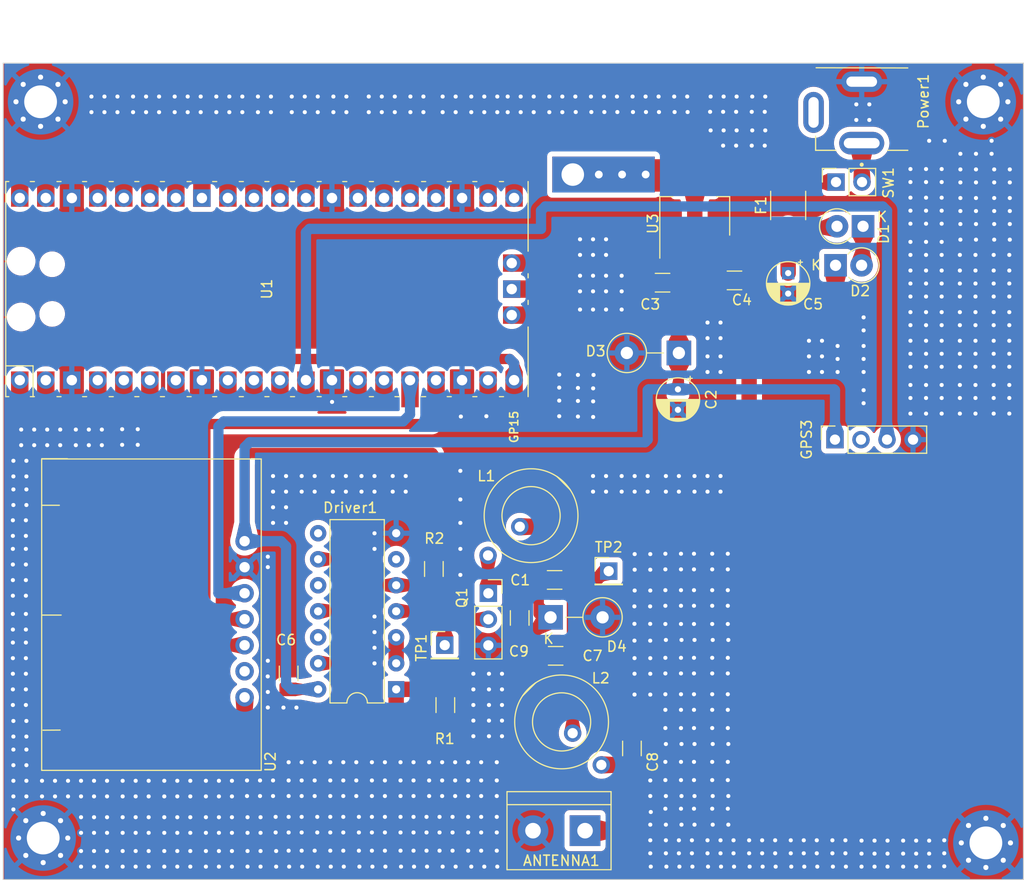
<source format=kicad_pcb>
(kicad_pcb (version 20221018) (generator pcbnew)
  (layers (0 "F.Cu" signal) (31 "B.Cu" signal) (34 "B.Paste" user) (35 "F.Paste" user) (36 "B.SilkS" user "B.Silkscreen") (37 "F.SilkS" user "F.Silkscreen") (38 "B.Mask" user) (39 "F.Mask" user) (44 "Edge.Cuts" user))
  (net 0 "")
  (net 1 "+5V")
  (net 2 "GND")
  (net 4 "Net-(C1-Pad1)")
  (net 5 "+VDC")
  (net 6 "Net-(ANTENNA1-Pin_1)")
  (net 7 "Net-(D4-K)")
  (net 8 "Net-(D1-A)")
  (net 9 "Net-(D1-K)")
  (net 10 "Net-(Driver1-1A)")
  (net 11 "Net-(Driver1-1Y)")
  (net 12 "Net-(Driver1-2Y)")
  (net 13 "Net-(Driver1-3A)")
  (net 18 "Net-(SW1-A)")
  (net 20 "Net-(GPS3-TX)")
  (net 21 "Net-(SW1-B)")
  (net 33 "Net-(U1-GPIO12)")
  (net 34 "Net-(U1-GPIO13)")
  (net 36 "Net-(U1-GPIO15)")
  (footprint "Capacitor_SMD:C_1206_3216Metric_Pad1.33x1.80mm_HandSolder" (layer "F.Cu") (at 151.117 123.62 90)
    (fp_text reference "C8")
    (fp_text value "220p" hide)
  )
  (footprint "Diode_THT:D_DO-15_P5.08mm_Vertical_KathodeUp" (layer "F.Cu") (at 143.17 110.82)
    (fp_text reference "D4")
    (fp_text value "47v 5W" hide)
  )
  (footprint "MountingHole:MountingHole_3.2mm_M3_Pad_Via" (layer "F.Cu") (at 93.637 132.368)
    (fp_text reference "H2" hide)
    (fp_text value "MountingHole" hide)
  )
  (footprint "Capacitor_SMD:C_1206_3216Metric_Pad1.33x1.80mm_HandSolder" (layer "F.Cu") (at 117.602 116.2935 90)
    (fp_text reference "C6")
    (fp_text value "100nF" hide)
  )
  (footprint "footprints:SI5351 Module" (layer "F.Cu") (at 108.3226 95.35995 -90)
    (fp_text reference "U2")
    (fp_text value "SI5351-Module-VFO" hide)
  )
  (footprint "Package_TO_SOT_SMD:SOT-223-3_TabPin2" (layer "F.Cu") (at 157.25 71.655 90)
    (fp_text reference "U3")
    (fp_text value "NCP1117-5.0" hide)
  )
  (footprint "Diode_THT:D_DO-15_P5.08mm_Vertical_KathodeUp" (layer "F.Cu") (at 155.7 85.01 180)
    (fp_text reference "D3")
    (fp_text value "5.6V 5W" hide)
  )
  (footprint "Capacitor_SMD:C_1206_3216Metric_Pad1.33x1.80mm_HandSolder" (layer "F.Cu") (at 154.1075 78.15 180)
    (fp_text reference "C3")
    (fp_text value "100nF" hide)
  )
  (footprint "footprints:ThermalPad_Final" (layer "F.Cu") (at 130.868464 70.126181 90)
    (fp_text reference "HS1" hide)
    (fp_text value "Heatsink_Pad" hide)
  )
  (footprint "Connector_PinHeader_2.54mm:PinHeader_1x01_P2.54mm_Vertical" (layer "F.Cu") (at 132.842 113.538)
    (fp_text reference "TP1")
    (fp_text value "TestPoint" hide)
  )
  (footprint "Connector_PinSocket_2.54mm:PinSocket_1x03_P2.54mm_Vertical" (layer "F.Cu") (at 137.1 108.473)
    (fp_text reference "Q1")
    (fp_text value "BS170" hide)
  )
  (footprint "MountingHole:MountingHole_3.2mm_M3_Pad_Via" (layer "F.Cu") (at 185.674 132.842)
    (fp_text reference "H4" hide)
    (fp_text value "MountingHole" hide)
  )
  (footprint "Package_DIP:DIP-14_W7.62mm" (layer "F.Cu") (at 128.1 117.85 180)
    (fp_text reference "Driver1")
    (fp_text value "SN74ACT04N" hide)
  )
  (footprint "MountingHole:MountingHole_3.2mm_M3_Pad_Via" (layer "F.Cu") (at 185.42 60.486)
    (fp_text reference "H3" hide)
    (fp_text value "MountingHole" hide)
  )
  (footprint "Connector_PinHeader_2.54mm:PinHeader_1x01_P2.54mm_Vertical" (layer "F.Cu") (at 148.85 106.31)
    (fp_text reference "TP2")
    (fp_text value "TestPoint" hide)
  )
  (footprint "Capacitor_SMD:C_1206_3216Metric_Pad1.33x1.80mm_HandSolder" (layer "F.Cu") (at 143.67 114.58 180)
    (fp_text reference "C7")
    (fp_text value "220p" hide)
  )
  (footprint "Capacitor_SMD:C_1206_3216Metric_Pad1.33x1.80mm_HandSolder" (layer "F.Cu") (at 140.16 110.8825 90)
    (fp_text reference "C9")
    (fp_text value "100pF" hide)
  )
  (footprint "footprints:RPi_Pico_SMD_TH" (layer "F.Cu") (at 115.481 78.774 90)
    (fp_text reference "U1")
    (fp_text value "Pico" hide)
  )
  (footprint "Diode_THT:D_DO-41_SOD81_P2.54mm_Vertical_KathodeUp" (layer "F.Cu") (at 170.997766 76.454)
    (fp_text reference "D2")
    (fp_text value "1N4007" hide)
  )
  (footprint "TerminalBlock:TerminalBlock_bornier-2_P5.08mm" (layer "F.Cu") (at 146.54 131.65 180)
    (fp_text reference "ANTENNA1")
    (fp_text value "Screw_Terminal_01x02" hide)
  )
  (footprint "MountingHole:MountingHole_3.2mm_M3_Pad_Via" (layer "F.Cu") (at 93.383 60.486)
    (fp_text reference "H1" hide)
    (fp_text value "MountingHole" hide)
  )
  (footprint "Diode_THT:D_DO-41_SOD81_P2.54mm_Vertical_KathodeUp" (layer "F.Cu") (at 173.680234 72.644 180)
    (fp_text reference "D1")
    (fp_text value "1N4007" hide)
  )
  (footprint "Fuse:Fuse_1812_4532Metric_Pad1.30x3.40mm_HandSolder" (layer "F.Cu") (at 166.37 70.612 90)
    (fp_text reference "F1")
    (fp_text value "1A (PPTC)" hide)
  )
  (footprint "Capacitor_THT:CP_Radial_D4.0mm_P2.00mm" (layer "F.Cu") (at 166.37 77.216 -90)
    (fp_text reference "C5")
    (fp_text value "100uF/16V" hide)
  )
  (footprint "footprints:FT37-INDUCTOR" (layer "F.Cu") (at 136.63 121.03 90)
    (fp_text reference "L2")
    (fp_text value "260nH (T50-2, ~8 turns)" hide)
  )
  (footprint "Resistor_SMD:R_1206_3216Metric_Pad1.30x1.75mm_HandSolder" (layer "F.Cu") (at 131.78 106.1 90)
    (fp_text reference "R2")
    (fp_text value "2.2k" hide)
  )
  (footprint "footprints:FT37-INDUCTOR" (layer "F.Cu") (at 141.27 93.275)
    (fp_text reference "L1")
    (fp_text value "L" hide)
  )
  (footprint "Capacitor_SMD:C_1206_3216Metric_Pad1.33x1.80mm_HandSolder" (layer "F.Cu") (at 143.57 107.17 180)
    (fp_text reference "C1")
    (fp_text value "100nF" hide)
  )
  (footprint "Resistor_SMD:R_1206_3216Metric_Pad1.30x1.75mm_HandSolder" (layer "F.Cu") (at 132.9 119.39 -90)
    (fp_text reference "R1")
    (fp_text value "2.2k" hide)
  )
  (footprint "Connector_PinSocket_2.54mm:PinSocket_1x02_P2.54mm_Vertical" (layer "F.Cu") (at 171.041 68.326 90)
    (fp_text reference "SW1")
    (fp_text value "Jumper_2_Open" hide)
  )
  (footprint "Capacitor_SMD:C_1206_3216Metric_Pad1.33x1.80mm_HandSolder" (layer "F.Cu") (at 161.13 77.925)
    (fp_text reference "C4")
    (fp_text value "100nF" hide)
  )
  (footprint "footprints:XKB_DC-005-5A-2.0_Modded" (layer "F.Cu") (at 173.55 58.525 -90)
    (fp_text reference "Power1")
    (fp_text value "DC-005 (Barrel Jack)" hide)
  )
  (footprint "Capacitor_THT:CP_Radial_D4.0mm_P2.00mm" (layer "F.Cu") (at 155.61 88.56 -90)
    (fp_text reference "C2")
    (fp_text value "10uF/16V" hide)
  )
  (footprint "Connector_PinSocket_2.54mm:PinSocket_1x04_P2.54mm_Vertical" (layer "F.Cu") (at 170.942 93.472 90)
    (fp_text reference "GPS3")
    (fp_text value "GY-NEO6MV2-Module" hide)
  )
  (gr_rect (start 89.728 56.712) (end 189.36 136.432) (stroke (width 0.1)) (fill none) (layer "Edge.Cuts"))
  (segment (start 157.25 77.89) (end 156.99 78.15) (width 1.5) (layer "F.Cu") (net 1))
  (segment (start 131.78 104.55) (end 131.78 94.942) (width 1) (layer "F.Cu") (net 1))
  (segment (start 155.67 78.15) (end 155.67 84.98) (width 1) (layer "F.Cu") (net 1))
  (segment (start 99.13 64.26) (end 156.93 64.26) (width 1.5) (layer "F.Cu") (net 1))
  (segment (start 156.99 78.15) (end 155.67 78.15) (width 1.5) (layer "F.Cu") (net 1))
  (segment (start 145.341537 67.593819) (end 156.338819 67.593819) (width 3) (layer "F.Cu") (net 1))
  (segment (start 155.7 85.01) (end 155.7 88.47) (width 1) (layer "F.Cu") (net 1))
  (segment (start 113.301 95.178) (end 113.703 94.776) (width 1) (layer "F.Cu") (net 1))
  (segment (start 91.351 65.809) (end 91.54 65.62) (width 1.5) (layer "F.Cu") (net 1))
  (segment (start 117.602 117.856) (end 120.474 117.856) (width 1) (layer "F.Cu") (net 1))
  (segment (start 157.25 64.58) (end 157.25 68.505) (width 1.5) (layer "F.Cu") (net 1))
  (segment (start 157.25 68.505) (end 157.25 74.805) (width 1.5) (layer "F.Cu") (net 1))
  (segment (start 156.338819 67.593819) (end 157.25 68.505) (width 3) (layer "F.Cu") (net 1))
  (segment (start 157.25 74.805) (end 157.25 77.89) (width 1.5) (layer "F.Cu") (net 1))
  (segment (start 99.13 65.33) (end 99.13 64.26) (width 1.5) (layer "F.Cu") (net 1))
  (segment (start 145.83 67.76) (end 156.172638 67.76) (width 3) (layer "F.Cu") (net 1))
  (segment (start 91.351 69.884) (end 91.351 65.809) (width 1.5) (layer "F.Cu") (net 1))
  (segment (start 156.93 64.26) (end 157.25 64.58) (width 1.5) (layer "F.Cu") (net 1))
  (segment (start 91.54 65.62) (end 98.84 65.62) (width 1.5) (layer "F.Cu") (net 1))
  (segment (start 113.703 94.776) (end 131.654 94.776) (width 1) (layer "F.Cu") (net 1))
  (segment (start 113.301 103.38635) (end 113.301 95.178) (width 1) (layer "F.Cu") (net 1))
  (segment (start 98.84 65.62) (end 99.13 65.33) (width 1.5) (layer "F.Cu") (net 1))
  (segment (start 152.654 93.472) (end 152.654 88.646) (width 1) (layer "B.Cu") (net 1))
  (segment (start 116.84835 103.38635) (end 113.301 103.38635) (width 1) (layer "B.Cu") (net 1))
  (segment (start 117.85 117.85) (end 117.348 117.348) (width 1) (layer "B.Cu") (net 1))
  (segment (start 152.74 88.56) (end 155.61 88.56) (width 1) (layer "B.Cu") (net 1))
  (segment (start 152.4 93.726) (end 152.654 93.472) (width 1) (layer "B.Cu") (net 1))
  (segment (start 152.654 88.646) (end 152.74 88.56) (width 1) (layer "B.Cu") (net 1))
  (segment (start 117.348 103.886) (end 116.84835 103.38635) (width 1) (layer "B.Cu") (net 1))
  (segment (start 113.301 94.217) (end 113.792 93.726) (width 1) (layer "B.Cu") (net 1))
  (segment (start 170.856 88.56) (end 170.942 88.646) (width 1) (layer "B.Cu") (net 1))
  (segment (start 113.792 93.726) (end 152.4 93.726) (width 1) (layer "B.Cu") (net 1))
  (segment (start 155.61 88.56) (end 170.856 88.56) (width 1) (layer "B.Cu") (net 1))
  (segment (start 117.348 117.348) (end 117.348 103.886) (width 1) (layer "B.Cu") (net 1))
  (segment (start 113.301 103.38635) (end 113.301 94.217) (width 1) (layer "B.Cu") (net 1))
  (segment (start 120.48 117.85) (end 117.85 117.85) (width 1) (layer "B.Cu") (net 1))
  (segment (start 170.942 88.646) (end 170.942 93.472) (width 1) (layer "B.Cu") (net 1))
  (via (at 131.318 128.27) (size 0.8) (drill 0.4) (layers "F.Cu" "B.Cu") (net 2))
  (via (at 151.384 108.204) (size 0.8) (drill 0.4) (layers "F.Cu" "B.Cu") (net 2))
  (via (at 159.766 133.858) (size 0.8) (drill 0.4) (layers "F.Cu" "B.Cu") (net 2))
  (via (at 179.832 67.056) (size 0.8) (drill 0.4) (layers "F.Cu" "B.Cu") (net 2))
  (via (at 113.538 126.746) (size 0.8) (drill 0.4) (layers "F.Cu" "B.Cu") (net 2))
  (via (at 135.432 59.978) (size 0.8) (drill 0.4) (layers "F.Cu" "B.Cu") (net 2))
  (via (at 150.114 77.47) (size 0.8) (drill 0.4) (layers "F.Cu" "B.Cu") (net 2))
  (via (at 100.888 61.502) (size 0.8) (drill 0.4) (layers "F.Cu" "B.Cu") (net 2))
  (via (at 162.864 59.978) (size 0.8) (drill 0.4) (layers "F.Cu" "B.Cu") (net 2))
  (via (at 172.008 135.162) (size 0.8) (drill 0.4) (layers "F.Cu" "B.Cu") (net 2))
  (via (at 179.832 69.85) (size 0.8) (drill 0.4) (layers "F.Cu" "B.Cu") (net 2))
  (via (at 90.728 126.78) (size 0.8) (drill 0.4) (layers "F.Cu" "B.Cu") (net 2))
  (via (at 181.356 71.12) (size 0.8) (drill 0.4) (layers "F.Cu" "B.Cu") (net 2))
  (via (at 147.116 59.978) (size 0.8) (drill 0.4) (layers "F.Cu" "B.Cu") (net 2))
  (via (at 105.46 126.78) (size 0.8) (drill 0.4) (layers "F.Cu" "B.Cu") (net 2))
  (via (at 135.636 119.38) (size 0.8) (drill 0.4) (layers "F.Cu" "B.Cu") (net 2))
  (via (at 91.998 123.732) (size 0.8) (drill 0.4) (layers "F.Cu" "B.Cu") (net 2))
  (via (at 160.07 59.978) (size 0.8) (drill 0.4) (layers "F.Cu" "B.Cu") (net 2))
  (via (at 183.184 73.948) (size 0.8) (drill 0.4) (layers "F.Cu" "B.Cu") (net 2))
  (via (at 152.654 98.552) (size 0.8) (drill 0.4) (layers "F.Cu" "B.Cu") (net 2))
  (via (at 178.866 132.622) (size 0.8) (drill 0.4) (layers "F.Cu" "B.Cu") (net 2))
  (via (at 154.432 128.27) (size 0.8) (drill 0.4) (layers "F.Cu" "B.Cu") (net 2))
  (via (at 109.524 133.638) (size 0.8) (drill 0.4) (layers "F.Cu" "B.Cu") (net 2))
  (via (at 188.01 73.948) (size 0.8) (drill 0.4) (layers "F.Cu" "B.Cu") (net 2))
  (via (at 168.402 83.82) (size 0.8) (drill 0.4) (layers "F.Cu" "B.Cu") (net 2))
  (via (at 154.382 109.694) (size 0.8) (drill 0.4) (layers "F.Cu" "B.Cu") (net 2))
  (via (at 157.176 121.632) (size 0.8) (drill 0.4) (layers "F.Cu" "B.Cu") (net 2))
  (via (at 99.364 92.49) (size 0.8) (drill 0.4) (layers "F.Cu" "B.Cu") (net 2))
  (via (at 144.018 87.122) (size 0.8) (drill 0.4) (layers "F.Cu" "B.Cu") (net 2))
  (via (at 91.998 125.256) (size 0.8) (drill 0.4) (layers "F.Cu" "B.Cu") (net 2))
  (via (at 160.478 119.854) (size 0.8) (drill 0.4) (layers "F.Cu" "B.Cu") (net 2))
  (via (at 134.366 104.14) (size 0.8) (drill 0.4) (layers "F.Cu" "B.Cu") (net 2))
  (via (at 183.134 76.962) (size 0.8) (drill 0.4) (layers "F.Cu" "B.Cu") (net 2))
  (via (at 148.59 78.994) (size 0.8) (drill 0.4) (layers "F.Cu" "B.Cu") (net 2))
  (via (at 93.522 128.304) (size 0.8) (drill 0.4) (layers "F.Cu" "B.Cu") (net 2))
  (via (at 170.688 133.858) (size 0.8) (drill 0.4) (layers "F.Cu" "B.Cu") (net 2))
  (via (at 117.348 98.552) (size 0.8) (drill 0.4) (layers "F.Cu" "B.Cu") (net 2))
  (via (at 181.356 83.82) (size 0.8) (drill 0.4) (layers "F.Cu" "B.Cu") (net 2))
  (via (at 112.064 130.336) (size 0.8) (drill 0.4) (layers "F.Cu" "B.Cu") (net 2))
  (via (at 127.965 59.976) (size 0.8) (drill 0.4) (layers "F.Cu" "B.Cu") (net 2))
  (via (at 91.948 119.38) (size 0.8) (drill 0.4) (layers "F.Cu" "B.Cu") (net 2))
  (via (at 181.66 64.296) (size 0.8) (drill 0.4) (layers "F.Cu" "B.Cu") (net 2))
  (via (at 117.602 133.604) (size 0.8) (drill 0.4) (layers "F.Cu" "B.Cu") (net 2))
  (via (at 120.396 130.302) (size 0.8) (drill 0.4) (layers "F.Cu" "B.Cu") (net 2))
  (via (at 133.604 130.302) (size 0.8) (drill 0.4) (layers "F.Cu" "B.Cu") (net 2))
  (via (at 146.05 77.47) (size 0.8) (drill 0.4) (layers "F.Cu" "B.Cu") (net 2))
  (via (at 94.03 92.49) (size 0.8) (drill 0.4) (layers "F.Cu" "B.Cu") (net 2))
  (via (at 155.906 119.854) (size 0.8) (drill 0.4) (layers "F.Cu" "B.Cu") (net 2))
  (via (at 121.716 135.162) (size 0.8) (drill 0.4) (layers "F.Cu" "B.Cu") (net 2))
  (via (at 113.08 61.502) (size 0.8) (drill 0.4) (layers "F.Cu" "B.Cu") (net 2))
  (via (at 151.37 118.36) (size 0.8) (drill 0.4) (layers "F.Cu" "B.Cu") (net 2))
  (via (at 178.866 135.162) (size 0.8) (drill 0.4) (layers "F.Cu" "B.Cu") (net 2))
  (via (at 184.708 69.884) (size 0.8) (drill 0.4) (layers "F.Cu" "B.Cu") (net 2))
  (via (at 178.308 68.326) (size 0.8) (drill 0.4) (layers "F.Cu" "B.Cu") (net 2))
  (via (at 112.064 126.78) (size 0.8) (drill 0.4) (layers "F.Cu" "B.Cu") (net 2))
  (via (at 174.802 132.622) (size 0.8) (drill 0.4) (layers "F.Cu" "B.Cu") (net 2))
  (via (at 147.32 97.028) (size 0.8) (drill 0.4) (layers "F.Cu" "B.Cu") (net 2))
  (via (at 135.128 124.968) (size 0.8) (drill 0.4) (layers "F.Cu" "B.Cu") (net 2))
  (via (at 135.128 131.826) (size 0.8) (drill 0.4) (layers "F.Cu" "B.Cu") (net 2))
  (via (at 102.666 130.336) (size 0.8) (drill 0.4) (layers "F.Cu" "B.Cu") (net 2))
  (via (at 160.478 124.934) (size 0.8) (drill 0.4) (layers "F.Cu" "B.Cu") (net 2))
  (via (at 134.366 106.68) (size 0.8) (drill 0.4) (layers "F.Cu" "B.Cu") (net 2))
  (via (at 148.424 61.49) (size 0.8) (drill 0.4) (layers "F.Cu" "B.Cu") (net 2))
  (via (at 154.382 111.472) (size 0.8) (drill 0.4) (layers "F.Cu" "B.Cu") (net 2))
  (via (at 113.588 131.86) (size 0.8) (drill 0.4) (layers "F.Cu" "B.Cu") (net 2))
  (via (at 125.73 128.27) (size 0.8) (drill 0.4) (layers "F.Cu" "B.Cu") (net 2))
  (via (at 155.956 128.27) (size 0.8) (drill 0.4) (layers "F.Cu" "B.Cu") (net 2))
  (via (at 97.332 133.638) (size 0.8) (drill 0.4) (layers "F.Cu" "B.Cu") (net 2))
  (via (at 116.332 130.302) (size 0.8) (drill 0.4) (layers "F.Cu" "B.Cu") (net 2))
  (via (at 100.888 59.978) (size 0.8) (drill 0.4) (layers "F.Cu" "B.Cu") (net 2))
  (via (at 181.356 89.408) (size 0.8) (drill 0.4) (layers "F.Cu" "B.Cu") (net 2))
  (via (at 178.308 83.82) (size 0.8) (drill 0.4) (layers "F.Cu" "B.Cu") (net 2))
  (via (at 125.984 102.616) (size 0.8) (drill 0.4) (layers "F.Cu" "B.Cu") (net 2))
  (via (at 112.064 131.86) (size 0.8) (drill 0.4) (layers "F.Cu" "B.Cu") (net 2))
  (via (at 183.134 83.82) (size 0.8) (drill 0.4) (layers "F.Cu" "B.Cu") (net 2))
  (via (at 95.3 92.49) (size 0.8) (drill 0.4) (layers "F.Cu" "B.Cu") (net 2))
  (via (at 169.164 132.588) (size 0.8) (drill 0.4) (layers "F.Cu" "B.Cu") (net 2))
  (via (at 156.514 59.978) (size 0.8) (drill 0.4) (layers "F.Cu" "B.Cu") (net 2))
  (via (at 92.76 94.014) (size 0.8) (drill 0.4) (layers "F.Cu" "B.Cu") (net 2))
  (via (at 183.184 68.36) (size 0.8) (drill 0.4) (layers "F.Cu" "B.Cu") (net 2))
  (via (at 186.232 64.296) (size 0.8) (drill 0.4) (layers "F.Cu" "B.Cu") (net 2))
  (via (at 157.226 97.028) (size 0.8) (drill 0.4) (layers "F.Cu" "B.Cu") (net 2))
  (via (at 157.176 118.33) (size 0.8) (drill 0.4) (layers "F.Cu" "B.Cu") (net 2))
  (via (at 178.308 75.438) (size 0.8) (drill 0.4) (layers "F.Cu" "B.Cu") (net 2))
  (via (at 187.96 86.36) (size 0.8) (drill 0.4) (layers "F.Cu" "B.Cu") (net 2))
  (via (at 157.176 106.138) (size 0.8) (drill 0.4) (layers "F.Cu" "B.Cu") (net 2))
  (via (at 151.384 97.028) (size 0.8) (drill 0.4) (layers "F.Cu" "B.Cu") (net 2))
  (via (at 99.872 126.78) (size 0.8) (drill 0.4) (layers "F.Cu" "B.Cu") (net 2))
  (via (at 116.382 135.162) (size 0.8) (drill 0.4) (layers "F.Cu" "B.Cu") (net 2))
  (via (at 106.73 133.638) (size 0.8) (drill 0.4) (layers "F.Cu" "B.Cu") (net 2))
  (via (at 120.446 59.978) (size 0.8) (drill 0.4) (layers "F.Cu" "B.Cu") (net 2))
  (via (at 90.728 120.938) (size 0.8) (drill 0.4) (layers "F.Cu" "B.Cu") (net 2))
  (via (at 157.176 129.506) (size 0.8) (drill 0.4) (layers "F.Cu" "B.Cu") (net 2))
  (via (at 133.858 124.968) (size 0.8) (drill 0.4) (layers "F.Cu" "B.Cu") (net 2))
  (via (at 137.16 119.38) (size 0.8) (drill 0.4) (layers "F.Cu" "B.Cu") (net 2))
  (via (at 154.432 131.064) (size 0.8) (drill 0.4) (layers "F.Cu" "B.Cu") (net 2))
  (via (at 129.794 128.27) (size 0.8) (drill 0.4) (layers "F.Cu" "B.Cu") (net 2))
  (via (at 94.792 128.304) (size 0.8) (drill 0.4) (layers "F.Cu" "B.Cu") (net 2))
  (via (at 157.226 123.19) (size 0.8) (drill 0.4) (layers "F.Cu" "B.Cu") (net 2))
  (via (at 106.476 61.502) (size 0.8) (drill 0.4) (layers "F.Cu" "B.Cu") (net 2))
  (via (at 98.602 126.78) (size 0.8) (drill 0.4) (layers "F.Cu" "B.Cu") (net 2))
  (via (at 178.308 82.296) (size 0.8) (drill 0.4) (layers "F.Cu" "B.Cu") (net 2))
  (via (at 184.708 73.948) (size 0.8) (drill 0.4) (layers "F.Cu" "B.Cu") (net 2))
  (via (at 90.678 112.014) (size 0.8) (drill 0.4) (layers "F.Cu" "B.Cu") (net 2))
  (via (at 103.936 130.336) (size 0.8) (drill 0.4) (layers "F.Cu" "B.Cu") (net 2))
  (via (at 96.824 94.014) (size 0.8) (drill 0.4) (layers "F.Cu" "B.Cu") (net 2))
  (via (at 102.87 93.98) (size 0.8) (drill 0.4) (layers "F.Cu" "B.Cu") (net 2))
  (via (at 181.356 88.138) (size 0.8) (drill 0.4) (layers "F.Cu" "B.Cu") (net 2))
  (via (at 154.432 113.03) (size 0.8) (drill 0.4) (layers "F.Cu" "B.Cu") (net 2))
  (via (at 121.97 61.502) (size 0.8) (drill 0.4) (layers "F.Cu" "B.Cu") (net 2))
  (via (at 135.128 128.27) (size 0.8) (drill 0.4) (layers "F.Cu" "B.Cu") (net 2))
  (via (at 94.792 126.78) (size 0.8) (drill 0.4) (layers "F.Cu" "B.Cu") (net 2))
  (via (at 107.746 59.978) (size 0.8) (drill 0.4) (layers "F.Cu" "B.Cu") (net 2))
  (via (at 157.226 131.064) (size 0.8) (drill 0.4) (layers "F.Cu" "B.Cu") (net 2))
  (via (at 128.524 133.604) (size 0.8) (drill 0.4) (layers "F.Cu" "B.Cu") (net 2))
  (via (at 155.702 132.588) (size 0.8) (drill 0.4) (layers "F.Cu" "B.Cu") (net 2))
  (via (at 143.052 61.502) (size 0.8) (drill 0.4) (layers "F.Cu" "B.Cu") (net 2))
  (via (at 114.604 59.978) (size 0.8) (drill 0.4) (layers "F.Cu" "B.Cu") (net 2))
  (via (at 90.728 97.062) (size 0.8) (drill 0.4) (layers "F.Cu" "B.Cu") (net 2))
  (via (at 184.658 76.962) (size 0.8) (drill 0.4) (layers "F.Cu" "B.Cu") (net 2))
  (via (at 145.63 61.49) (size 0.8) (drill 0.4) (layers "F.Cu" "B.Cu") (net 2))
  (via (at 145.846 91.22) (size 0.8) (drill 0.4) (layers "F.Cu" "B.Cu") (net 2))
  (via (at 90.728 125.256) (size 0.8) (drill 0.4) (layers "F.Cu" "B.Cu") (net 2))
  (via (at 158.954 124.934) (size 0.8) (drill 0.4) (layers "F.Cu" "B.Cu") (net 2))
  (via (at 90.728 98.332) (size 0.8) (drill 0.4) (layers "F.Cu" "B.Cu") (net 2))
  (via (at 156.972 132.588) (size 0.8) (drill 0.4) (layers "F.Cu" "B.Cu") (net 2))
  (via (at 181.356 75.438) (size 0.8) (drill 0.4) (layers "F.Cu" "B.Cu") (net 2))
  (via (at 148.59 97.028) (size 0.8) (drill 0.4) (layers "F.Cu" "B.Cu") (net 2))
  (via (at 154.382 129.506) (size 0.8) (drill 0.4) (layers "F.Cu" "B.Cu") (net 2))
  (via (at 158.75 61.468) (size 0.8) (drill 0.4) (layers "F.Cu" "B.Cu") (net 2))
  (via (at 90.678 102.87) (size 0.8) (drill 0.4) (layers "F.Cu" "B.Cu") (net 2))
  (via (at 124.51 135.162) (size 0.8) (drill 0.4) (layers "F.Cu" "B.Cu") (net 2))
  (via (at 154.382 119.854) (size 0.8) (drill 0.4) (layers "F.Cu" "B.Cu") (net 2))
  (via (at 161.34 59.978) (size 0.8) (drill 0.4) (layers "F.Cu" "B.Cu") (net 2))
  (via (at 179.832 68.326) (size 0.8) (drill 0.4) (layers "F.Cu" "B.Cu") (net 2))
  (via (at 133.858 126.746) (size 0.8) (drill 0.4) (layers "F.Cu" "B.Cu") (net 2))
  (via (at 187.96 85.09) (size 0.8) (drill 0.4) (layers "F.Cu" "B.Cu") (net 2))
  (via (at 110.54 61.502) (size 0.8) (drill 0.4) (layers "F.Cu" "B.Cu") (net 2))
  (via (at 147.32 98.552) (size 0.8) (drill 0.4) (layers "F.Cu" "B.Cu") (net 2))
  (via (at 170.688 132.588) (size 0.8) (drill 0.4) (layers "F.Cu" "B.Cu") (net 2))
  (via (at 183.184 72.424) (size 0.8) (drill 0.4) (layers "F.Cu" "B.Cu") (net 2))
  (via (at 121.92 98.552) (size 0.8) (drill 0.4) (layers "F.Cu" "B.Cu") (net 2))
  (via (at 109.524 130.336) (size 0.8) (drill 0.4) (layers "F.Cu" "B.Cu") (net 2))
  (via (at 123.24 61.502) (size 0.8) (drill 0.4) (layers "F.Cu" "B.Cu") (net 2))
  (via (at 96.062 126.78) (size 0.8) (drill 0.4) (layers "F.Cu" "B.Cu") (net 2))
  (via (at 137.922 124.968) (size 0.8) (drill 0.4) (layers "F.Cu" "B.Cu") (net 2))
  (via (at 122.936 130.302) (size 0.8) (drill 0.4) (layers "F.Cu" "B.Cu") (net 2))
  (via (at 173.532 133.892) (size 0.8) (drill 0.4) (layers "F.Cu" "B.Cu") (net 2))
  (via (at 158.954 108.17) (size 0.8) (drill 0.4) (layers "F.Cu" "B.Cu") (net 2))
  (via (at 186.436 90.932) (size 0.8) (drill 0.4) (layers "F.Cu" "B.Cu") (net 2))
  (via (at 156.972 133.858) (size 0.8) (drill 0.4) (layers "F.Cu" "B.Cu") (net 2))
  (via (at 121.84 89.79) (size 0.8) (drill 0.4) (layers "F.Cu" "B.Cu") (net 2))
  (via (at 184.658 85.09) (size 0.8) (drill 0.4) (layers "F.Cu" "B.Cu") (net 2))
  (via (at 128.524 128.27) (size 0.8) (drill 0.4) (layers "F.Cu" "B.Cu") (net 2))
  (via (at 159.004 113.03) (size 0.8) (drill 0.4) (layers "F.Cu" "B.Cu") (net 2))
  (via (at 98.348 61.502) (size 0.8) (drill 0.4) (layers "F.Cu" "B.Cu") (net 2))
  (via (at 155.906 109.694) (size 0.8) (drill 0.4) (layers "F.Cu" "B.Cu") (net 2))
  (via (at 187.96 82.296) (size 0.8) (drill 0.4) (layers "F.Cu" "B.Cu") (net 2))
  (via (at 178.308 89.408) (size 0.8) (drill 0.4) (layers "F.Cu" "B.Cu") (net 2))
  (via (at 188.01 69.884) (size 0.8) (drill 0.4) (layers "F.Cu" "B.Cu") (net 2))
  (via (at 154.382 118.33) (size 0.8) (drill 0.4) (layers "F.Cu" "B.Cu") (net 2))
  (via (at 156.552 61.49) (size 0.8) (drill 0.4) (layers "F.Cu" "B.Cu") (net 2))
  (via (at 184.658 81.026) (size 0.8) (drill 0.4) (layers "F.Cu" "B.Cu") (net 2))
  (via (at 98.602 135.162) (size 0.8) (drill 0.4) (layers "F.Cu" "B.Cu") (net 2))
  (via (at 155.906 126.712) (size 0.8) (drill 0.4) (layers "F.Cu" "B.Cu") (net 2))
  (via (at 184.708 67.09) (size 0.8) (drill 0.4) (layers "F.Cu" "B.Cu") (net 2))
  (via (at 160.528 131.064) (size 0.8) (drill 0.4) (layers "F.Cu" "B.Cu") (net 2))
  (via (at 157.176 111.472) (size 0.8) (drill 0.4) (layers "F.Cu" "B.Cu") (net 2))
  (via (at 144.322 59.978) (size 0.8) (drill 0.4) (layers "F.Cu" "B.Cu") (net 2))
  (via (at 151.218 61.49) (size 0.8) (drill 0.4) (layers "F.Cu" "B.Cu") (net 2))
  (via (at 110.794 131.86) (size 0.8) (drill 0.4) (layers "F.Cu" "B.Cu") (net 2))
  (via (at 116.078 128.27) (size 0.8) (drill 0.4) (layers "F.Cu" "B.Cu") (net 2))
  (via (at 112.064 135.162) (size 0.8) (drill 0.4) (layers "F.Cu" "B.Cu") (net 2))
  (via (at 108 128.304) (size 0.8) (drill 0.4) (layers "F.Cu" "B.Cu") (net 2))
  (via (at 103.936 135.162) (size 0.8) (drill 0.4) (layers "F.Cu" "B.Cu") (net 2))
  (via (at 123.19 97.028) (size 0.8) (drill 0.4) (layers "F.Cu" "B.Cu") (net 2))
  (via (at 158.8 59.978) (size 0.8) (drill 0.4) (layers "F.Cu" "B.Cu") (net 2))
  (via (at 179.832 89.408) (size 0.8) (drill 0.4) (layers "F.Cu" "B.Cu") (net 2))
  (via (at 117.348 97.028) (size 0.8) (drill 0.4) (layers "F.Cu" "B.Cu") (net 2))
  (via (at 170.738 135.162) (size 0.8) (drill 0.4) (layers "F.Cu" "B.Cu") (net 2))
  (via (at 101.396 128.304) (size 0.8) (drill 0.4) (layers "F.Cu" "B.Cu") (net 2))
  (via (at 124.46 133.604) (size 0.8) (drill 0.4) (layers "F.Cu" "B.Cu") (net 2))
  (via (at 137.972 61.502) (size 0.8) (drill 0.4) (layers "F.Cu" "B.Cu") (net 2))
  (via (at 118.872 124.968) (size 0.8) (drill 0.4) (layers "F.Cu" "B.Cu") (net 2))
  (via (at 118.872 128.27) (size 0.8) (drill 0.4) (layers "F.Cu" "B.Cu") (net 2))
  (via (at 112.064 128.304) (size 0.8) (drill 0.4) (layers "F.Cu" "B.Cu") (net 2))
  (via (at 129.489 61.5) (size 0.8) (drill 0.4) (layers "F.Cu" "B.Cu") (net 2))
  (via (at 179.832 82.296) (size 0.8) (drill 0.4) (layers "F.Cu" "B.Cu") (net 2))
  (via (at 102.412 61.502) (size 0.8) (drill 0.4) (layers "F.Cu" "B.Cu") (net 2))
  (via (at 124.714 97.028) (size 0.8) (drill 0.4) (layers "F.Cu" "B.Cu") (net 2))
  (via (at 161.086 135.162) (size 0.8) (drill 0.4) (layers "F.Cu" "B.Cu") (net 2))
  (via (at 138.988 61.502) (size 0.8) (drill 0.4) (layers "F.Cu" "B.Cu") (net 2))
  (via (at 105.46 133.638) (size 0.8) (drill 0.4) (layers "F.Cu" "B.Cu") (net 2))
  (via (at 102.666 126.78) (size 0.8) (drill 0.4) (layers "F.Cu" "B.Cu") (net 2))
  (via (at 187.96 88.138) (size 0.8) (drill 0.4) (layers "F.Cu" "B.Cu") (net 2))
  (via (at 126.695 61.5) (size 0.8) (drill 0.4) (layers "F.Cu" "B.Cu") (net 2))
  (via (at 135.128 133.604) (size 0.8) (drill 0.4) (layers "F.Cu" "B.Cu") (net 2))
  (via (at 159.766 83.566) (size 0.8) (drill 0.4) (layers "F.Cu" "B.Cu") (net 2))
  (via (at 138.43 116.332) (size 0.8) (drill 0.4) (layers "F.Cu" "B.Cu") (net 2))
  (via (at 91.948 102.87) (size 0.8) (drill 0.4) (layers "F.Cu" "B.Cu") (net 2))
  (via (at 158.954 109.694) (size 0.8) (drill 0.4) (layers "F.Cu" "B.Cu") (net 2))
  (via (at 164.134 63.28) (size 0.8) (drill 0.4) (layers "F.Cu" "B.Cu") (net 2))
  (via (at 146.05 73.914) (size 0.8) (drill 0.4) (layers "F.Cu" "B.Cu") (net 2))
  (via (at 181.356 69.85) (size 0.8) (drill 0.4) (layers "F.Cu" "B.Cu") (net 2))
  (via (at 90.678 119.38) (size 0.8) (drill 0.4) (layers "F.Cu" "B.Cu") (net 2))
  (via (at 158.954 119.854) (size 0.8) (drill 0.4) (layers "F.Cu" "B.Cu") (net 2))
  (via (at 159.766 98.552) (size 0.8) (drill 0.4) (layers "F.Cu" "B.Cu") (net 2))
  (via (at 150.114 97.028) (size 0.8) (drill 0.4) (layers "F.Cu" "B.Cu") (net 2))
  (via (at 155.752 135.162) (size 0.8) (drill 0.4) (layers "F.Cu" "B.Cu") (net 2))
  (via (at 90.728 128.304) (size 0.8) (drill 0.4) (layers "F.Cu" "B.Cu") (net 2))
  (via (at 91.998 99.856) (size 0.8) (drill 0.4) (layers "F.Cu" "B.Cu") (net 2))
  (via (at 160.478 116.298) (size 0.8) (drill 0.4) (layers "F.Cu" "B.Cu") (net 2))
  (via (at 103.936 133.638) (size 0.8) (drill 0.4) (layers "F.Cu" "B.Cu") (net 2))
  (via (at 160.528 128.27) (size 0.8) (drill 0.4) (layers "F.Cu" "B.Cu") (net 2))
  (via (at 101.346 92.456) (size 0.8) (drill 0.4) (layers "F.Cu" "B.Cu") (net 2))
  (via (at 147.32 77.47) (size 0.8) (drill 0.4) (layers "F.Cu" "B.Cu") (net 2))
  (via (at 120.142 124.968) (size 0.8) (drill 0.4) (layers "F.Cu" "B.Cu") (net 2))
  (via (at 153.72 59.978) (size 0.8) (drill 0.4) (layers "F.Cu" "B.Cu") (net 2))
  (via (at 155.956 131.064) (size 0.8) (drill 0.4) (layers "F.Cu" "B.Cu") (net 2))
  (via (at 129.844 135.162) (size 0.8) (drill 0.4) (layers "F.Cu" "B.Cu") (net 2))
  (via (at 105.46 131.86) (size 0.8) (drill 0.4) (layers "F.Cu" "B.Cu") (net 2))
  (via (at 122.936 133.604) (size 0.8) (drill 0.4) (layers "F.Cu" "B.Cu") (net 2))
  (via (at 115.57 115.062) (size 0.8) (drill 0.4) (layers "F.Cu" "B.Cu") (net 2))
  (via (at 186.486 68.36) (size 0.8) (drill 0.4) (layers "F.Cu" "B.Cu") (net 2))
  (via (at 154.382 126.712) (size 0.8) (drill 0.4) (layers "F.Cu" "B.Cu") (net 2))
  (via (at 186.436 76.962) (size 0.8) (drill 0.4) (layers "F.Cu" "B.Cu") (net 2))
  (via (at 125.73 131.826) (size 0.8) (drill 0.4) (layers "F.Cu" "B.Cu") (net 2))
  (via (at 176.072 133.892) (size 0.8) (drill 0.4) (layers "F.Cu" "B.Cu") (net 2))
  (via (at 183.134 79.502) (size 0.8) (drill 0.4) (layers "F.Cu" "B.Cu") (net 2))
  (via (at 186.486 69.884) (size 0.8) (drill 0.4) (layers "F.Cu" "B.Cu") (net 2))
  (via (at 110.794 126.78) (size 0.8) (drill 0.4) (layers "F.Cu" "B.Cu") (net 2))
  (via (at 110.794 128.304) (size 0.8) (drill 0.4) (layers "F.Cu" "B.Cu") (net 2))
  (via (at 186.486 73.948) (size 0.8) (drill 0.4) (layers "F.Cu" "B.Cu") (net 2))
  (via (at 154.482 135.162) (size 0.8) (drill 0.4) (layers "F.Cu" "B.Cu") (net 2))
  (via (at 108 135.162) (size 0.8) (drill 0.4) (layers "F.Cu" "B.Cu") (net 2))
  (via (at 154.382 116.298) (size 0.8) (drill 0.4) (layers "F.Cu" "B.Cu") (net 2))
  (via (at 123.19 98.552) (size 0.8) (drill 0.4) (layers "F.Cu" "B.Cu") (net 2))
  (via (at 178.308 85.09) (size 0.8) (drill 0.4) (layers "F.Cu" "B.Cu") (net 2))
  (via (at 96.062 128.304) (size 0.8) (drill 0.4) (layers "F.Cu" "B.Cu") (net 2))
  (via (at 102.666 128.304) (size 0.8) (drill 0.4) (layers "F.Cu" "B.Cu") (net 2))
  (via (at 155.956 113.03) (size 0.8) (drill 0.4) (layers "F.Cu" "B.Cu") (net 2))
  (via (at 183.184 67.09) (size 0.8) (drill 0.4) (layers "F.Cu" "B.Cu") (net 2))
  (via (at 90.728 95.538) (size 0.8) (drill 0.4) (layers "F.Cu" "B.Cu") (net 2))
  (via (at 186.436 79.502) (size 0.8) (drill 0.4) (layers "F.Cu" "B.Cu") (net 2))
  (via (at 181.61 132.588) (size 0.8) (drill 0.4) (layers "F.Cu" "B.Cu") (net 2))
  (via (at 117.348 100.076) (size 0.8) (drill 0.4) (layers "F.Cu" "B.Cu") (net 2))
  (via (at 127.05 135.162) (size 0.8) (drill 0.4) (layers "F.Cu" "B.Cu") (net 2))
  (via (at 160.478 104.614) (size 0.8) (drill 0.4) (layers "F.Cu" "B.Cu") (net 2))
  (via (at 157.176 116.298) (size 0.8) (drill 0.4) (layers "F.Cu" "B.Cu") (net 2))
  (via (at 157.226 113.03) (size 0.8) (drill 0.4) (layers "F.Cu" "B.Cu") (net 2))
  (via (at 152.908 131.064) (size 0.8) (drill 0.4) (layers "F.Cu" "B.Cu") (net 2))
  (via (at 119.176 61.502) (size 0.8) (drill 0.4) (layers "F.Cu" "B.Cu") (net 2))
  (via (at 168.402 85.344) (size 0.8) (drill 0.4) (layers "F.Cu" "B.Cu") (net 2))
  (via (at 152.8941 109.752839) (size 0.8) (drill 0.4) (layers "F.Cu" "B.Cu") (net 2))
  (via (at 145.846 87.156) (size 0.8) (drill 0.4) (layers "F.Cu" "B.Cu") (net 2))
  (via (at 184.658 82.296) (size 0.8) (drill 0.4) (layers "F.Cu" "B.Cu") (net 2))
  (via (at 108 131.86) (size 0.8) (drill 0.4) (layers "F.Cu" "B.Cu") (net 2))
  (via (at 159.766 97.028) (size 0.8) (drill 0.4) (layers "F.Cu" "B.Cu") (net 2))
  (via (at 157.176 108.17) (size 0.8) (drill 0.4) (layers "F.Cu" "B.Cu") (net 2))
  (via (at 129.032 98.552) (size 0.8) (drill 0.4) (layers "F.Cu" "B.Cu") (net 2))
  (via (at 152.958 129.828) (size 0.8) (drill 0.4) (layers "F.Cu" "B.Cu") (net 2))
  (via (at 162.864 63.28) (size 0.8) (drill 0.4) (layers "F.Cu" "B.Cu") (net 2))
  (via (at 186.436 85.09) (size 0.8) (drill 0.4) (layers "F.Cu" "B.Cu") (net 2))
  (via (at 160.478 108.17) (size 0.8) (drill 0.4) (layers "F.Cu" "B.Cu") (net 2))
  (via (at 135.128 126.746) (size 0.8) (drill 0.4) (layers "F.Cu" "B.Cu") (net 2))
  (via (at 157.022 135.162) (size 0.8) (drill 0.4) (layers "F.Cu" "B.Cu") (net 2))
  (via (at 188.01 67.09) (size 0.8) (drill 0.4) (layers "F.Cu" "B.Cu") (net 2))
  (via (at 150.114 98.552) (size 0.8) (drill 0.4) (layers "F.Cu" "B.Cu") (net 2))
  (via (at 155.702 98.552) (size 0.8) (drill 0.4) (layers "F.Cu" "B.Cu") (net 2))
  (via (at 134.366 96.52) (size 0.8) (drill 0.4) (layers "F.Cu" "B.Cu") (net 2))
  (via (at 160.478 111.472) (size 0.8) (drill 0.4) (layers "F.Cu" "B.Cu") (net 2))
  (via (at 145.846 89.696) (size 0.8) (drill 0.4) (layers "F.Cu" "B.Cu") (net 2))
  (via (at 160.478 106.138) (size 0.8) (drill 0.4) (layers "F.Cu" "B.Cu") (net 2))
  (via (at 181.61 133.858) (size 0.8) (drill 0.4) (layers "F.Cu" "B.Cu") (net 2))
  (via (at 117.602 124.968) (size 0.8) (drill 0.4) (layers "F.Cu" "B.Cu") (net 2))
  (via (at 183.134 86.36) (size 0.8) (drill 0.4) (layers "F.Cu" "B.Cu") (net 2))
  (via (at 122.936 131.826) (size 0.8) (drill 0.4) (layers "F.Cu" "B.Cu") (net 2))
  (via (at 184.658 83.82) (size 0.8) (drill 0.4) (layers "F.Cu" "B.Cu") (net 2))
  (via (at 162.61 135.162) (size 0.8) (drill 0.4) (layers "F.Cu" "B.Cu") (net 2))
  (via (at 131.318 124.968) (size 0.8) (drill 0.4) (layers "F.Cu" "B.Cu") (net 2))
  (via (at 159.004 128.27) (size 0.8) (drill 0.4) (layers "F.Cu" "B.Cu") (net 2))
  (via (at 154.432 123.19) (size 0.8) (drill 0.4) (layers "F.Cu" "B.Cu") (net 2))
  (via (at 91.948 104.14) (size 0.8) (drill 0.4) (layers "F.Cu" "B.Cu") (net 2))
  (via (at 99.618 61.502) (size 0.8) (drill 0.4) (layers "F.Cu" "B.Cu") (net 2))
  (via (at 154.432 132.588) (size 0.8) (drill 0.4) (layers "F.Cu" "B.Cu") (net 2))
  (via (at 101.396 135.162) (size 0.8) (drill 0.4) (layers "F.Cu" "B.Cu") (net 2))
  (via (at 109.524 135.162) (size 0.8) (drill 0.4) (layers "F.Cu" "B.Cu") (net 2))
  (via (at 101.396 126.78) (size 0.8) (drill 0.4) (layers "F.Cu" "B.Cu") (net 2))
  (via (at 115.874 61.502) (size 0.8) (drill 0.4) (layers "F.Cu" "B.Cu") (net 2))
  (via (at 138.43 119.38) (size 0.8) (drill 0.4) (layers "F.Cu" "B.Cu") (net 2))
  (via (at 152.45 59.978) (size 0.8) (drill 0.4) (layers "F.Cu" "B.Cu") (net 2))
  (via (at 154.382 106.138) (size 0.8) (drill 0.4) (layers "F.Cu" "B.Cu") (net 2))
  (via (at 154.382 114.774) (size 0.8) (drill 0.4) (layers "F.Cu" "B.Cu") (net 2))
  (via (at 160.528 123.19) (size 0.8) (drill 0.4) (layers "F.Cu" "B.Cu") (net 2))
  (via (at 146.05 80.772) (size 0.8) (drill 0.4) (layers "F.Cu" "B.Cu") (net 2))
  (via (at 152.908 114.808) (size 0.8) (drill 0.4) (layers "F.Cu" "B.Cu") (net 2))
  (via (at 186.436 81.026) (size 0.8) (drill 0.4) (layers "F.Cu" "B.Cu") (net 2))
  (via (at 149.694 61.49) (size 0.8) (drill 0.4) (layers "F.Cu" "B.Cu") (net 2))
  (via (at 128.524 126.746) (size 0.8) (drill 0.4) (layers "F.Cu" "B.Cu") (net 2))
  (via (at 115.874 59.978) (size 0.8) (drill 0.4) (layers "F.Cu" "B.Cu") (net 2))
  (via (at 154.382 104.614) (size 0.8) (drill 0.4) (layers "F.Cu" "B.Cu") (net 2))
  (via (at 110.794 133.638) (size 0.8) (drill 0.4) (layers "F.Cu" "B.Cu") (net 2))
  (via (at 152.958 135.162) (size 0.8) (drill 0.4) (layers "F.Cu" "B.Cu") (net 2))
  (via (at 138.988 59.978) (size 0.8) (drill 0.4) (layers "F.Cu" "B.Cu") (net 2))
  (via (at 148.59 98.552) (size 0.8) (drill 0.4) (layers "F.Cu" "B.Cu") (net 2))
  (via (at 98.602 130.336) (size 0.8) (drill 0.4) (layers "F.Cu" "B.Cu") (net 2))
  (via (at 183.134 85.09) (size 0.8) (drill 0.4) (layers "F.Cu" "B.Cu") (net 2))
  (via (at 112.064 133.638) (size 0.8) (drill 0.4) (layers "F.Cu" "B.Cu") (net 2))
  (via (at 90.678 117.856) (size 0.8) (drill 0.4) (layers "F.Cu" "B.Cu") (net 2))
  (via (at 152.908 106.172) (size 0.8) (drill 0.4) (layers "F.Cu" "B.Cu") (net 2))
  (via (at 133.604 133.604) (size 0.8) (drill 0.4) (layers "F.Cu" "B.Cu") (net 2))
  (via (at 90.678 110.49) (size 0.8) (drill 0.4) (layers "F.Cu" "B.Cu") (net 2))
  (via (at 152.908 108.204) (size 0.8) (drill 0.4) (layers "F.Cu" "B.Cu") (net 2))
  (via (at 137.922 128.27) (size 0.8) (drill 0.4) (layers "F.Cu" "B.Cu") (net 2))
  (via (at 90.728 129.574) (size 0.8) (drill 0.4) (layers "F.Cu" "B.Cu") (net 2))
  (via (at 91.948 105.664) (size 0.8) (drill 0.4) (layers "F.Cu" "B.Cu") (net 2))
  (via (at 103.936 126.78) (size 0.8) (drill 0.4) (layers "F.Cu" "B.Cu") (net 2))
  (via (at 118.872 130.302) (size 0.8) (drill 0.4) (layers "F.Cu" "B.Cu") (net 2))
  (via (at 158.954 126.712) (size 0.8) (drill 0.4) (layers "F.Cu" "B.Cu") (net 2))
  (via (at 115.57 104.902) (size 0.8) (drill 0.4) (layers "F.Cu" "B.Cu") (net 2))
  (via (at 135.636 122.428) (size 0.8) (drill 0.4) (layers "F.Cu" "B.Cu") (net 2))
  (via (at 125.73 126.746) (size 0.8) (drill 0.4) (layers "F.Cu" "B.Cu") (net 2))
  (via (at 127 126.746) (size 0.8) (drill 0.4) (layers "F.Cu" "B.Cu") (net 2))
  (via (at 169.672 86.868) (size 0.8) (drill 0.4) (layers "F.Cu" "B.Cu") (net 2))
  (via (at 152.9 111.46) (size 0.8) (drill 0.4) (layers "F.Cu" "B.Cu") (net 2))
  (via (at 184.708 71.154) (size 0.8) (drill 0.4) (layers "F.Cu" "B.Cu") (net 2))
  (via (at 102.87 92.456) (size 0.8) (drill 0.4) (layers "F.Cu" "B.Cu") (net 2))
  (via (at 91.49 92.49) (size 0.8) (drill 0.4) (layers "F.Cu" "B.Cu") (net 2))
  (via (at 177.596 133.892) (size 0.8) (drill 0.4) (layers "F.Cu" "B.Cu") (net 2))
  (via (at 98.602 128.304) (size 0.8) (drill 0.4) (layers "F.Cu" "B.Cu") (net 2))
  (via (at 136.398 131.826) (size 0.8) (drill 0.4) (layers "F.Cu" "B.Cu") (net 2))
  (via (at 91.998 120.938) (size 0.8) (drill 0.4) (layers "F.Cu" "B.Cu") (net 2))
  (via (at 186.436 82.296) (size 0.8) (drill 0.4) (layers "F.Cu" "B.Cu") (net 2))
  (via (at 136.398 128.27) (size 0.8) (drill 0.4) (layers "F.Cu" "B.Cu") (net 2))
  (via (at 160.478 109.694) (size 0.8) (drill 0.4) (layers "F.Cu" "B.Cu") (net 2))
  (via (at 114.858 130.336) (size 0.8) (drill 0.4) (layers "F.Cu" "B.Cu") (net 2))
  (via (at 110.54 59.978) (size 0.8) (drill 0.4) (layers "F.Cu" "B.Cu") (net 2))
  (via (at 98.348 59.978) (size 0.8) (drill 0.4) (layers "F.Cu" "B.Cu") (net 2))
  (via (at 121.666 124.968) (size 0.8) (drill 0.4) (layers "F.Cu" "B.Cu") (net 2))
  (via (at 107.746 61.502) (size 0.8) (drill 0.4) (layers "F.Cu" "B.Cu") (net 2))
  (via (at 181.356 90.932) (size 0.8) (drill 0.4) (layers "F.Cu" "B.Cu") (net 2))
  (via (at 133.858 128.27) (size 0.8) (drill 0.4) (layers "F.Cu" "B.Cu") (net 2))
  (via (at 110.794 135.162) (size 0.8) (drill 0.4) (layers "F.Cu" "B.Cu") (net 2))
  (via (at 179.832 71.12) (size 0.8) (drill 0.4) (layers "F.Cu" "B.Cu") (net 2))
  (via (at 181.356 74.168) (size 0.8) (drill 0.4) (layers "F.Cu" "B.Cu") (net 2))
  (via (at 152.908 126.746) (size 0.8) (drill 0.4) (layers "F.Cu" "B.Cu") (net 2))
  (via (at 130.759 61.5) (size 0.8) (drill 0.4) (layers "F.Cu" "B.Cu") (net 2))
  (via (at 138.43 122.428) (size 0.8) (drill 0.4) (layers "F.Cu" "B.Cu") (net 2))
  (via (at 132.638 61.502) (size 0.8) (drill 0.4) (layers "F.Cu" "B.Cu") (net 2))
  (via (at 158.954 116.298) (size 0.8) (drill 0.4) (layers "F.Cu" "B.Cu") (net 2))
  (via (at 147.33 88.466) (size 0.8) (drill 0.4) (layers "F.Cu" "B.Cu") (net 2))
  (via (at 183.134 90.932) (size 0.8) (drill 0.4) (layers "F.Cu" "B.Cu") (net 2))
  (via (at 152.908 128.27) (size 0.8) (drill 0.4) (layers "F.Cu" "B.Cu") (net 2))
  (via (at 117.094 119.634) (size 0.8) (drill 0.4) (layers "F.Cu" "B.Cu") (net 2))
  (via (at 181.356 79.502) (size 0.8) (drill 0.4) (layers "F.Cu" "B.Cu") (net 2))
  (via (at 131.064 130.302) (size 0.8) (drill 0.4) (layers "F.Cu" "B.Cu") (net 2))
  (via (at 137.16 116.332) (size 0.8) (drill 0.4) (layers "F.Cu" "B.Cu") (net 2))
  (via (at 145.846 88.426) (size 0.8) (drill 0.4) (layers "F.Cu" "B.Cu") (net 2))
  (via (at 128.524 124.968) (size 0.8) (drill 0.4) (layers "F.Cu" "B.Cu") (net 2))
  (via (at 124.206 128.27) (size 0.8) (drill 0.4) (layers "F.Cu" "B.Cu") (net 2))
  (via (at 97.332 128.304) (size 0.8) (drill 0.4) (layers "F.Cu" "B.Cu") (net 2))
  (via (at 154.382 121.632) (size 0.8) (drill 0.4) (layers "F.Cu" "B.Cu") (net 2))
  (via (at 163.88 135.162) (size 0.8) (drill 0.4) (layers "F.Cu" "B.Cu") (net 2))
  (via (at 157.176 114.774) (size 0.8) (drill 0.4) (layers "F.Cu" "B.Cu") (net 2))
  (via (at 162.814 64.77) (size 0.8) (drill 0.4) (layers "F.Cu" "B.Cu") (net 2))
  (via (at 97.332 126.78) (size 0.8) (drill 0.4) (layers "F.Cu" "B.Cu") (net 2))
  (via (at 162.56 133.858) (size 0.8) (drill 0.4) (layers "F.Cu" "B.Cu") (net 2))
  (via (at 137.922 131.826) (size 0.8) (drill 0.4) (layers "F.Cu" "B.Cu") (net 2))
  (via (at 171.196 84.328) (size 0.8) (drill 0.4) (layers "F.Cu" "B.Cu") (net 2))
  (via (at 135.128 130.302) (size 0.8) (drill 0.4) (layers "F.Cu" "B.Cu") (net 2))
  (via (at 93.522 126.78) (size 0.8) (drill 0.4) (layers "F.Cu" "B.Cu") (net 2))
  (via (at 186.232 65.566) (size 0.8) (drill 0.4) (layers "F.Cu" "B.Cu") (net 2))
  (via (at 148.59 73.914) (size 0.8) (drill 0.4) (layers "F.Cu" "B.Cu") (net 2))
  (via (at 98.602 131.86) (size 0.8) (drill 0.4) (layers "F.Cu" "B.Cu") (net 2))
  (via (at 91.948 116.332) (size 0.8) (drill 0.4) (layers "F.Cu" "B.Cu") (net 2))
  (via (at 144.322 61.502) (size 0.8) (drill 0.4) (layers "F.Cu" "B.Cu") (net 2))
  (via (at 132.334 133.604) (size 0.8) (drill 0.4) (layers "F.Cu" "B.Cu") (net 2))
  (via (at 129.032 97.028) (size 0.8) (drill 0.4) (layers "F.Cu" "B.Cu") (net 2))
  (via (at 152.488 61.49) (size 0.8) (drill 0.4) (layers "F.Cu" "B.Cu") (net 2))
  (via (at 91.948 108.712) (size 0.8) (drill 0.4) (layers "F.Cu" "B.Cu") (net 2))
  (via (at 155.702 133.858) (size 0.8) (drill 0.4) (layers "F.Cu" "B.Cu") (net 2))
  (via (at 179.832 78.232) (size 0.8) (drill 0.4) (layers "F.Cu" "B.Cu") (net 2))
  (via (at 125.425 61.5) (size 0.8) (drill 0.4) (layers "F.Cu" "B.Cu") (net 2))
  (via (at 159.816 135.162) (size 0.8) (drill 0.4) (layers "F.Cu" "B.Cu") (net 2))
  (via (at 174.802 133.892) (size 0.8) (drill 0.4) (layers "F.Cu" "B.Cu") (net 2))
  (via (at 120.142 97.028) (size 0.8) (drill 0.4) (layers "F.Cu" "B.Cu") (net 2))
  (via (at 151.384 98.552) (size 0.8) (drill 0.4) (layers "F.Cu" "B.Cu") (net 2))
  (via (at 184.658 79.502) (size 0.8) (drill 0.4) (layers "F.Cu" "B.Cu") (net 2))
  (via (at 132.588 128.27) (size 0.8) (drill 0.4) (layers "F.Cu" "B.Cu") (net 2))
  (via (at 141.528 59.978) (size 0.8) (drill 0.4) (layers "F.Cu" "B.Cu") (net 2))
  (via (at 144.018 88.392) (size 0.8) (drill 0.4) (layers "F.Cu" "B.Cu") (net 2))
  (via (at 136.906 91.186) (size 0.8) (drill 0.4) (layers "F.Cu" "B.Cu") (net 2))
  (via (at 117.652 135.162) (size 0.8) (drill 0.4) (layers "F.Cu" "B.Cu") (net 2))
  (via (at 106.73 126.78) (size 0.8) (drill 0.4) (layers "F.Cu" "B.Cu") (net 2))
  (via (at 91.998 122.462) (size 0.8) (drill 0.4) (layers "F.Cu" "B.Cu") (net 2))
  (via (at 147.32 75.438) (size 0.8) (drill 0.4) (layers "F.Cu" "B.Cu") (net 2))
  (via (at 134.416 91.22) (size 0.8) (drill 0.4) (layers "F.Cu" "B.Cu") (net 2))
  (via (at 179.832 79.502) (size 0.8) (drill 0.4) (layers "F.Cu" "B.Cu") (net 2))
  (via (at 101.396 130.336) (size 0.8) (drill 0.4) (layers "F.Cu" "B.Cu") (net 2))
  (via (at 120.142 126.746) (size 0.8) (drill 0.4) (layers "F.Cu" "B.Cu") (net 2))
  (via (at 120.142 128.27) (size 0.8) (drill 0.4) (layers "F.Cu" "B.Cu") (net 2))
  (via (at 132.588 124.968) (size 0.8) (drill 0.4) (layers "F.Cu" "B.Cu") (net 2))
  (via (at 132.638 59.978) (size 0.8) (drill 0.4) (layers "F.Cu" "B.Cu") (net 2))
  (via (at 106.73 128.304) (size 0.8) (drill 0.4) (layers "F.Cu" "B.Cu") (net 2))
  (via (at 183.134 82.296) (size 0.8) (drill 0.4) (layers "F.Cu" "B.Cu") (net 2))
  (via (at 90.728 122.462) (size 0.8) (drill 0.4) (layers "F.Cu" "B.Cu") (net 2))
  (via (at 113.588 133.638) (size 0.8) (drill 0.4) (layers "F.Cu" "B.Cu") (net 2))
  (via (at 160.528 113.03) (size 0.8) (drill 0.4) (layers "F.Cu" "B.Cu") (net 2))
  (via (at 144.018 91.186) (size 0.8) (drill 0.4) (layers "F.Cu" "B.Cu") (net 2))
  (via (at 149.656 59.978) (size 0.8) (drill 0.4) (layers "F.Cu" "B.Cu") (net 2))
  (via (at 129.794 133.604) (size 0.8) (drill 0.4) (layers "F.Cu" "B.Cu") (net 2))
  (via (at 159.766 82.042) (size 0.8) (drill 0.4) (layers "F.Cu" "B.Cu") (net 2))
  (via (at 171.196 85.598) (size 0.8) (drill 0.4) (layers "F.Cu" "B.Cu") (net 2))
  (via (at 122.936 128.27) (size 0.8) (drill 0.4) (layers "F.Cu" "B.Cu") (net 2))
  (via (at 98.094 94.014) (size 0.8) (drill 0.4) (layers "F.Cu" "B.Cu") (net 2))
  (via (at 171.196 86.868) (size 0.8) (drill 0.4) (layers "F.Cu" "B.Cu") (net 2))
  (via (at 158.496 98.552) (size 0.8) (drill 0.4) (layers "F.Cu" "B.Cu") (net 2))
  (via (at 157.176 119.854) (size 0.8) (drill 0.4) (layers "F.Cu" "B.Cu") (net 2))
  (via (at 162.56 132.588) (size 0.8) (drill 0.4) (layers "F.Cu" "B.Cu") (net 2))
  (via (at 129.489 59.976) (size 0.8) (drill 0.4) (layers "F.Cu" "B.Cu") (net 2))
  (via (at 157.176 109.694) (size 0.8) (drill 0.4) (layers "F.Cu" "B.Cu") (net 2))
  (via (at 95.3 94.014) (size 0.8) (drill 0.4) (layers "F.Cu" "B.Cu") (net 2))
  (via (at 125.984 98.552) (size 0.8) (drill 0.4) (layers "F.Cu" "B.Cu") (net 2))
  (via (at 164.134 59.978) (size 0.8) (drill 0.4) (layers "F.Cu" "B.Cu") (net 2))
  (via (at 137.16 117.856) (size 0.8) (drill 0.4) (layers "F.Cu" "B.Cu") (net 2))
  (via (at 90.678 105.664) (size 0.8) (drill 0.4) (layers "F.Cu" "B.Cu") (net 2))
  (via (at 180.136 132.622) (size 0.8) (drill 0.4) (layers "F.Cu" "B.Cu") (net 2))
  (via (at 101.396 133.638) (size 0.8) (drill 0.4) (layers "F.Cu" "B.Cu") (net 2))
  (via (at 160.478 114.774) (size 0.8) (drill 0.4) (layers "F.Cu" "B.Cu") (net 2))
  (via (at 151.362 111.456) (size 0.8) (drill 0.4) (layers "F.Cu" "B.Cu") (net 2))
  (via (at 179.832 86.36) (size 0.8) (drill 0.4) (layers "F.Cu" "B.Cu") (net 2))
  (via (at 148.59 77.47) (size 0.8) (drill 0.4) (layers "F.Cu" "B.Cu") (net 2))
  (via (at 135.636 116.332) (size 0.8) (drill 0.4) (layers "F.Cu" "B.Cu") (net 2))
  (via (at 159.766 85.344) (size 0.8) (drill 0.4) (layers "F.Cu" "B.Cu") (net 2))
  (via (at 127.965 61.5) (size 0.8) (drill 0.4) (layers "F.Cu" "B.Cu") (net 2))
  (via (at 181.356 81.026) (size 0.8) (drill 0.4) (layers "F.Cu" "B.Cu") (net 2))
  (via (at 173.024 60.74) (size 0.8) (drill 0.4) (layers "F.Cu" "B.Cu") (net 2))
  (via (at 169.672 85.344) (size 0.8) (drill 0.4) (layers "F.Cu" "B.Cu") (net 2))
  (via (at 187.96 89.408) (size 0.8) (drill 0.4) (layers "F.Cu" "B.Cu") (net 2))
  (via (at 106.73 135.162) (size 0.8) (drill 0.4) (layers "F.Cu" "B.Cu") (net 2))
  (via (at 179.832 88.138) (size 0.8) (drill 0.4) (layers "F.Cu" "B.Cu") (net 2))
  (via (at 150.114 78.994) (size 0.8) (drill 0.4) (layers "F.Cu" "B.Cu") (net 2))
  (via (at 147.33 89.736) (size 0.8) (drill 0.4) (layers "F.Cu" "B.Cu") (net 2))
  (via (at 161.036 132.588) (size 0.8) (drill 0.4) (layers "F.Cu" "B.Cu") (net 2))
  (via (at 135.432 135.162) (size 0.8) (drill 0.4) (layers "F.Cu" "B.Cu") (net 2))
  (via (at 186.436 83.82) (size 0.8) (drill 0.4) (layers "F.Cu" "B.Cu") (net 2))
  (via (at 157.226 98.552) (size 0.8) (drill 0.4) (layers "F.Cu" "B.Cu") (net 2))
  (via (at 132.638 135.162) (size 0.8) (drill 0.4) (layers "F.Cu" "B.Cu") (net 2))
  (via (at 128.524 131.826) (size 0.8) (drill 0.4) (layers "F.Cu" "B.Cu") (net 2))
  (via (at 158.496 133.858) (size 0.8) (drill 0.4) (layers "F.Cu" "B.Cu") (net 2))
  (via (at 117.602 128.27) (size 0.8) (drill 0.4) (layers "F.Cu" "B.Cu") (net 2))
  (via (at 91.948 110.49) (size 0.8) (drill 0.4) (layers "F.Cu" "B.Cu") (net 2))
  (via (at 114.858 131.86) (size 0.8) (drill 0.4) (layers "F.Cu" "B.Cu") (net 2))
  (via (at 187.96 83.82) (size 0.8) (drill 0.4) (layers "F.Cu" "B.Cu") (net 2))
  (via (at 115.57 105.918) (size 0.8) (drill 0.4) (layers "F.Cu" "B.Cu") (net 2))
  (via (at 169.214 135.162) (size 0.8) (drill 0.4) (layers "F.Cu" "B.Cu") (net 2))
  (via (at 184.708 72.424) (size 0.8) (drill 0.4) (layers "F.Cu" "B.Cu") (net 2))
  (via (at 155.906 106.138) (size 0.8) (drill 0.4) (layers "F.Cu" "B.Cu") (net 2))
  (via (at 155.906 111.472) (size 0.8) (drill 0.4) (layers "F.Cu" "B.Cu") (net 2))
  (via (at 99.872 135.162) (size 0.8) (drill 0.4) (layers "F.Cu" "B.Cu") (net 2))
  (via (at 119.176 59.978) (size 0.8) (drill 0.4) (layers "F.Cu" "B.Cu") (net 2))
  (via (at 133.908 59.978) (size 0.8) (drill 0.4) (layers "F.Cu" "B.Cu") (net 2))
  (via (at 158.954 129.506) (size 0.8) (drill 0.4) (layers "F.Cu" "B.Cu") (net 2))
  (via (at 158.954 106.138) (size 0.8) (drill 0.4) (layers "F.Cu" "B.Cu") (net 2))
  (via (at 124.206 126.746) (size 0.8) (drill 0.4) (layers "F.Cu" "B.Cu") (net 2))
  (via (at 161.036 133.858) (size 0.8) (drill 0.4) (layers "F.Cu" "B.Cu") (net 2))
  (via (at 104.952 59.978) (size 0.8) (drill 0.4) (layers "F.Cu" "B.Cu") (net 2))
  (via (at 125.73 130.302) (size 0.8) (drill 0.4) (layers "F.Cu" "B.Cu") (net 2))
  (via (at 159.004 131.064) (size 0.8) (drill 0.4) (layers "F.Cu" "B.Cu") (net 2))
  (via (at 136.702 135.162) (size 0.8) (drill 0.4) (layers "F.Cu" "B.Cu") (net 2))
  (via (at 187.96 79.502) (size 0.8) (drill 0.4) (layers "F.Cu" "B.Cu") (net 2))
  (via (at 111.81 59.978) (size 0.8) (drill 0.4) (layers "F.Cu" "B.Cu") (net 2))
  (via (at 177.596 135.162) (size 0.8) (drill 0.4) (layers "F.Cu" "B.Cu") (net 2))
  (via (at 104.952 61.502) (size 0.8) (drill 0.4) (layers "F.Cu" "B.Cu") (net 2))
  (via (at 151.3561 109.748839) (size 0.8) (drill 0.4) (layers "F.Cu" "B.Cu") (net 2))
  (via (at 132.334 130.302) (size 0.8) (drill 0.4) (layers "F.Cu" "B.Cu") (net 2))
  (via (at 167.894 133.858) (size 0.8) (drill 0.4) (layers "F.Cu" "B.Cu") (net 2))
  (via (at 186.486 72.424) (size 0.8) (drill 0.4) (layers "F.Cu" "B.Cu") (net 2))
  (via (at 178.308 78.232) (size 0.8) (drill 0.4) (layers "F.Cu" "B.Cu") (net 2))
  (via (at 173.736 85.598) (size 0.8) (drill 0.4) (layers "F.Cu" "B.Cu") (net 2))
  (via (at 181.356 72.39) (size 0.8) (drill 0.4) (layers "F.Cu" "B.Cu") (net 2))
  (via (at 125.73 124.968) (size 0.8) (drill 0.4) (layers "F.Cu" "B.Cu") (net 2))
  (via (at 158.954 104.614) (size 0.8) (drill 0.4) (layers "F.Cu" "B.Cu") (net 2))
  (via (at 99.618 59.978) (size 0.8) (drill 0.4) (layers "F.Cu" "B.Cu") (net 2))
  (via (at 133.604 131.826) (size 0.8) (drill 0.4) (layers "F.Cu" "B.Cu") (net 2))
  (via (at 117.602 131.826) (size 0.8) (drill 0.4) (layers "F.Cu" "B.Cu") (net 2))
  (via (at 131.114 135.162) (size 0.8) (drill 0.4) (layers "F.Cu" "B.Cu") (net 2))
  (via (at 158.496 82.042) (size 0.8) (drill 0.4) (layers "F.Cu" "B.Cu") (net 2))
  (via (at 158.954 114.774) (size 0.8) (drill 0.4) (layers "F.Cu" "B.Cu") (net 2))
  (via (at 183.134 89.408) (size 0.8) (drill 0.4) (layers "F.Cu" "B.Cu") (net 2))
  (via (at 117.602 130.302) (size 0.8) (drill 0.4) (layers "F.Cu" "B.Cu") (net 2))
  (via (at 173.736 86.868) (size 0.8) (drill 0.4) (layers "F.Cu" "B.Cu") (net 2))
  (via (at 125.78 135.162) (size 0.8) (drill 0.4) (layers "F.Cu" "B.Cu") (net 2))
  (via (at 129.794 126.746) (size 0.8) (drill 0.4) (layers "F.Cu" "B.Cu") (net 2))
  (via (at 186.486 67.09) (size 0.8) (drill 0.4) (layers "F.Cu" "B.Cu") (net 2))
  (via (at 154.382 108.17) (size 0.8) (drill 0.4) (layers "F.Cu" "B.Cu") (net 2))
  (via (at 124.714 98.552) (size 0.8) (drill 0.4) (layers "F.Cu" "B.Cu") (net 2))
  (via (at 103.682 61.502) (size 0.8) (drill 0.4) (layers "F.Cu" "B.Cu") (net 2))
  (via (at 91.948 112.014) (size 0.8) (drill 0.4) (layers "F.Cu" "B.Cu") (net 2))
  (via (at 173.736 88.646) (size 0.8) (drill 0.4) (layers "F.Cu" "B.Cu") (net 2))
  (via (at 116.078 100.076) (size 0.8) (drill 0.4) (layers "F.Cu" "B.Cu") (net 2))
  (via (at 146.05 78.994) (size 0.8) (drill 0.4) (layers "F.Cu" "B.Cu") (net 2))
  (via (at 118.872 131.826) (size 0.8) (drill 0.4) (layers "F.Cu" "B.Cu") (net 2))
  (via (at 174.802 135.162) (size 0.8) (drill 0.4) (layers "F.Cu" "B.Cu") (net 2))
  (via (at 181.356 78.232) (size 0.8) (drill 0.4) (layers "F.Cu" "B.Cu") (net 2))
  (via (at 136.398 130.302) (size 0.8) (drill 0.4) (layers "F.Cu" "B.Cu") (net 2))
  (via (at 155.906 118.33) (size 0.8) (drill 0.4) (layers "F.Cu" "B.Cu") (net 2))
  (via (at 178.308 74.168) (size 0.8) (drill 0.4) (layers "F.Cu" "B.Cu") (net 2))
  (via (at 165.15 135.162) (size 0.8) (drill 0.4) (layers "F.Cu" "B.Cu") (net 2))
  (via (at 113.08 59.978) (size 0.8) (drill 0.4) (layers "F.Cu" "B.Cu") (net 2))
  (via (at 145.592 59.978) (size 0.8) (drill 0.4) (layers "F.Cu" "B.Cu") (net 2))
  (via (at 153.758 61.49) (size 0.8) (drill 0.4) (layers "F.Cu" "B.Cu") (net 2))
  (via (at 184.658 75.438) (size 0.8) (drill 0.4) (layers "F.Cu" "B.Cu") (net 2))
  (via (at 108 126.78) (size 0.8) (drill 0.4) (layers "F.Cu" "B.Cu") (net 2))
  (via (at 158.8 63.28) (size 0.8) (drill 0.4) (layers "F.Cu" "B.Cu") (net 2))
  (via (at 135.636 117.856) (size 0.8) (drill 0.4) (layers "F.Cu" "B.Cu") (net 2))
  (via (at 171.958 132.588) (size 0.8) (drill 0.4) (layers "F.Cu" "B.Cu") (net 2))
  (via (at 183.134 88.138) (size 0.8) (drill 0.4) (layers "F.Cu" "B.Cu") (net 2))
  (via (at 127.762 97.028) (size 0.8) (drill 0.4) (layers "F.Cu" "B.Cu") (net 2))
  (via (at 157.226 128.27) (size 0.8) (drill 0.4) (layers "F.Cu" "B.Cu") (net 2))
  (via (at 137.922 133.604) (size 0.8) (drill 0.4) (layers "F.Cu" "B.Cu") (net 2))
  (via (at 125.984 104.14) (size 0.8) (drill 0.4) (layers "F.Cu" "B.Cu") (net 2))
  (via (at 124.46 130.302) (size 0.8) (drill 0.4) (layers "F.Cu" "B.Cu") (net 2))
  (via (at 179.832 76.962) (size 0.8) (drill 0.4) (layers "F.Cu" "B.Cu") (net 2))
  (via (at 136.702 59.978) (size 0.8) (drill 0.4) (layers "F.Cu" "B.Cu") (net 2))
  (via (at 152.9021 113.100839) (size 0.8) (drill 0.4) (layers "F.Cu" "B.Cu") (net 2))
  (via (at 109.524 126.78) (size 0.8) (drill 0.4) (layers "F.Cu" "B.Cu") (net 2))
  (via (at 147.32 78.994) (size 0.8) (drill 0.4) (layers "F.Cu" "B.Cu") (net 2))
  (via (at 152.908 132.588) (size 0.8) (drill 0.4) (layers "F.Cu" "B.Cu") (net 2))
  (via (at 92.76 92.49) (size 0.8) (drill 0.4) (layers "F.Cu" "B.Cu") (net 2))
  (via (at 178.308 79.502) (size 0.8) (drill 0.4) (layers "F.Cu" "B.Cu") (net 2))
  (via (at 118.872 126.746) (size 0.8) (drill 0.4) (layers "F.Cu" "B.Cu") (net 2))
  (via (at 177.596 132.622) (size 0.8) (drill 0.4) (layers "F.Cu" "B.Cu") (net 2))
  (via (at 90.678 108.712) (size 0.8) (drill 0.4) (layers "F.Cu" "B.Cu") (net 2))
  (via (at 160.02 61.468) (size 0.8) (drill 0.4) (layers "F.Cu" "B.Cu") (net 2))
  (via (at 118.922 135.162) (size 0.8) (drill 0.4) (layers "F.Cu" "B.Cu") (net 2))
  (via (at 131.064 133.604) (size 0.8) (drill 0.4) (layers "F.Cu" "B.Cu") (net 2))
  (via (at 116.332 131.826) (size 0.8) (drill 0.4) (layers "F.Cu" "B.Cu") (net 2))
  (via (at 173.736 84.328) (size 0.8) (drill 0.4) (layers "F.Cu" "B.Cu") (net 2))
  (via (at 135.432 61.502) (size 0.8) (drill 0.4) (layers "F.Cu" "B.Cu") (net 2))
  (via (at 183.134 75.438) (size 0.8) (drill 0.4) (layers "F.Cu" "B.Cu") (net 2))
  (via (at 102.412 59.978) (size 0.8) (drill 0.4) (layers "F.Cu" "B.Cu") (net 2))
  (via (at 90.728 123.732) (size 0.8) (drill 0.4) (layers "F.Cu" "B.Cu") (net 2))
  (via (at 125.984 113.792) (size 0.8) (drill 0.4) (layers "F.Cu" "B.Cu") (net 2))
  (via (at 120.142 133.604) (size 0.8) (drill 0.4) (layers "F.Cu" "B.Cu") (net 2))
  (via (at 146.05 75.438) (size 0.8) (drill 0.4) (layers "F.Cu" "B.Cu") (net 2))
  (via (at 160.478 121.632) (size 0.8) (drill 0.4) (layers "F.Cu" "B.Cu") (net 2))
  (via (at 118.872 97.028) (size 0.8) (drill 0.4) (layers "F.Cu" "B.Cu") (net 2))
  (via (at 151.3641 113.096839) (size 0.8) (drill 0.4) (layers "F.Cu" "B.Cu") (net 2))
  (via (at 114.604 61.502) (size 0.8) (drill 0.4) (layers "F.Cu" "B.Cu") (net 2))
  (via (at 178.308 76.962) (size 0.8) (drill 0.4) (layers "F.Cu" "B.Cu") (net 2))
  (via (at 155.906 114.774) (size 0.8) (drill 0.4) (layers "F.Cu" "B.Cu") (net 2))
  (via (at 183.184 71.154) (size 0.8) (drill 0.4) (layers "F.Cu" "B.Cu") (net 2))
  (via (at 114.858 133.638) (size 0.8) (drill 0.4) (layers "F.Cu" "B.Cu") (net 2))
  (via (at 120.446 135.162) (size 0.8) (drill 0.4) (layers "F.Cu" "B.Cu") (net 2))
  (via (at 114.808 128.27) (size 0.8) (drill 0.4) (layers "F.Cu" "B.Cu") (net 2))
  (via (at 117.348 101.6) (size 0.8) (drill 0.4) (layers "F.Cu" "B.Cu") (net 2))
  (via (at 105.46 128.304) (size 0.8) (drill 0.4) (layers "F.Cu" "B.Cu") (net 2))
  (via (at 115.569999 119.625945) (size 0.8) (drill 0.4) (layers "F.Cu" "B.Cu") (net 2))
  (via (at 161.34 63.28) (size 0.8) (drill 0.4) (layers "F.Cu" "B.Cu") (net 2))
  (via (at 151.384 106.172) (size 0.8) (drill 0.4) (layers "F.Cu" "B.Cu") (net 2))
  (via (at 166.624 132.588) (size 0.8) (drill 0.4) (layers "F.Cu" "B.Cu") (net 2))
  (via (at 158.496 86.868) (size 0.8) (drill 0.4) (layers "F.Cu" "B.Cu") (net 2))
  (via (at 167.894 132.588) (size 0.8) (drill 0.4) (layers "F.Cu" "B.Cu") (net 2))
  (via (at 102.666 133.638) (size 0.8) (drill 0.4) (layers "F.Cu" "B.Cu") (net 2))
  (via (at 109.524 131.86) (size 0.8) (drill 0.4) (layers "F.Cu" "B.Cu") (net 2))
  (via (at 187.96 78.232) (size 0.8) (drill 0.4) (layers "F.Cu" "B.Cu") (net 2))
  (via (at 116.078 126.746) (size 0.8) (drill 0.4) (layers "F.Cu" "B.Cu") (net 2))
  (via (at 155.906 104.614) (size 0.8) (drill 0.4) (layers "F.Cu" "B.Cu") (net 2))
  (via (at 184.658 90.932) (size 0.8) (drill 0.4) (layers "F.Cu" "B.Cu") (net 2))
  (via (at 129.794 124.968) (size 0.8) (drill 0.4) (layers "F.Cu" "B.Cu") (net 2))
  (via (at 114.858 135.162) (size 0.8) (drill 0.4) (layers "F.Cu" "B.Cu") (net 2))
  (via (at 151.37 116.328) (size 0.8) (drill 0.4) (layers "F.Cu" "B.Cu") (net 2))
  (via (at 98.094 92.49) (size 0.8) (drill 0.4) (layers "F.Cu" "B.Cu") (net 2))
  (via (at 113.538 128.27) (size 0.8) (drill 0.4) (layers "F.Cu" "B.Cu") (net 2))
  (via (at 155.956 123.19) (size 0.8) (drill 0.4) (layers "F.Cu" "B.Cu") (net 2))
  (via (at 103.682 59.978) (size 0.8) (drill 0.4) (layers "F.Cu" "B.Cu") (net 2))
  (via (at 115.560042 116.589805) (size 0.8) (drill 0.4) (layers "F.Cu" "B.Cu") (net 2))
  (via (at 164.084 64.77) (size 0.8) (drill 0.4) (layers "F.Cu" "B.Cu") (net 2))
  (via (at 168.402 86.868) (size 0.8) (drill 0.4) (layers "F.Cu" "B.Cu") (net 2))
  (via (at 171.958 133.858) (size 0.8) (drill 0.4) (layers "F.Cu" "B.Cu") (net 2))
  (via (at 97.332 131.86) (size 0.8) (drill 0.4) (layers "F.Cu" "B.Cu") (net 2))
  (via (at 125.984 97.028) (size 0.8) (drill 0.4) (layers "F.Cu" "B.Cu") (net 2))
  (via (at 147.154 61.49) (size 0.8) (drill 0.4) (layers "F.Cu" "B.Cu") (net 2))
  (via (at 165.1 133.858) (size 0.8) (drill 0.4) (layers "F.Cu" "B.Cu") (net 2))
  (via (at 148.386 59.978) (size 0.8) (drill 0.4) (layers "F.Cu" "B.Cu") (net 2))
  (via (at 102.666 135.162) (size 0.8) (drill 0.4) (layers "F.Cu" "B.Cu") (net 2))
  (via (at 173.736 81.534) (size 0.8) (drill 0.4) (layers "F.Cu" "B.Cu") (net 2))
  (via (at 158.496 97.028) (size 0.8) (drill 0.4) (layers "F.Cu" "B.Cu") (net 2))
  (via (at 158.954 121.632) (size 0.8) (drill 0.4) (layers "F.Cu" "B.Cu") (net 2))
  (via (at 116.382 133.638) (size 0.8) (drill 0.4) (layers "F.Cu" "B.Cu") (net 2))
  (via (at 178.308 86.36) (size 0.8) (drill 0.4) (layers "F.Cu" "B.Cu") (net 2))
  (via (at 121.97 59.978) (size 0.8) (drill 0.4) (layers "F.Cu" "B.Cu") (net 2))
  (via (at 163.83 132.588) (size 0.8) (drill 0.4) (layers "F.Cu" "B.Cu") (net 2))
  (via (at 101.396 131.86) (size 0.8) (drill 0.4) (layers "F.Cu" "B.Cu") (net 2))
  (via (at 147.32 80.772) (size 0.8) (drill 0.4) (layers "F.Cu" "B.Cu") (net 2))
  (via (at 138.43 117.856) (size 0.8) (drill 0.4) (layers "F.Cu" "B.Cu") (net 2))
  (via (at 99.364 94.014) (size 0.8) (drill 0.4) (layers "F.Cu" "B.Cu") (net 2))
  (via (at 117.906 59.978) (size 0.8) (drill 0.4) (layers "F.Cu" "B.Cu") (net 2))
  (via (at 154.432 97.028) (size 0.8) (drill 0.4) (layers "F.Cu" "B.Cu") (net 2))
  (via (at 141.528 61.502) (size 0.8) (drill 0.4) (layers "F.Cu" "B.Cu") (net 2))
  (via (at 158.496 85.344) (size 0.8) (drill 0.4) (layers "F.Cu" "B.Cu") (net 2))
  (via (at 99.872 131.86) (size 0.8) (drill 0.4) (layers "F.Cu" "B.Cu") (net 2))
  (via (at 102.666 131.86) (size 0.8) (drill 0.4) (layers "F.Cu" "B.Cu") (net 2))
  (via (at 179.832 75.438) (size 0.8) (drill 0.4) (layers "F.Cu" "B.Cu") (net 2))
  (via (at 133.908 135.162) (size 0.8) (drill 0.4) (layers "F.Cu" "B.Cu") (net 2))
  (via (at 115.57 118.11) (size 0.8) (drill 0.4) (layers "F.Cu" "B.Cu") (net 2))
  (via (at 132.588 126.746) (size 0.8) (drill 0.4) (layers "F.Cu" "B.Cu") (net 2))
  (via (at 130.759 59.976) (size 0.8) (drill 0.4) (layers "F.Cu" "B.Cu") (net 2))
  (via (at 179.832 72.39) (size 0.8) (drill 0.4) (layers "F.Cu" "B.Cu") (net 2))
  (via (at 106.476 59.978) (size 0.8) (drill 0.4) (layers "F.Cu" "B.Cu") (net 2))
  (via (at 184.708 65.566) (size 0.8) (drill 0.4) (layers "F.Cu" "B.Cu") (net 2))
  (via (at 151.18 59.978) (size 0.8) (drill 0.4) (layers "F.Cu" "B.Cu") (net 2))
  (via (at 137.16 120.904) (size 0.8) (drill 0.4) (layers "F.Cu" "B.Cu") (net 2))
  (via (at 164.084 61.468) (size 0.8) (drill 0.4) (layers "F.Cu" "B.Cu") (net 2))
  (via (at 159.766 132.588) (size 0.8) (drill 0.4) (layers "F.Cu" "B.Cu") (net 2))
  (via (at 109.016 61.502) (size 0.8) (drill 0.4) (layers "F.Cu" "B.Cu") (net 2))
  (via (at 158.496 83.566) (size 0.8) (drill 0.4) (layers "F.Cu" "B.Cu") (net 2))
  (via (at 188.01 71.154) (size 0.8) (drill 0.4) (layers "F.Cu" "B.Cu") (net 2))
  (via (at 148.59 75.438) (size 0.8) (drill 0.4) (layers "F.Cu" "B.Cu") (net 2))
  (via (at 121.666 128.27) (size 0.8) (drill 0.4) (layers "F.Cu" "B.Cu") (net 2))
  (via (at 106.73 130.336) (size 0.8) (drill 0.4) (layers "F.Cu" "B.Cu") (net 2))
  (via (at 136.398 133.604) (size 0.8) (drill 0.4) (layers "F.Cu" "B.Cu") (net 2))
  (via (at 122.936 126.746) (size 0.8) (drill 0.4) (layers "F.Cu" "B.Cu") (net 2))
  (via (at 140.258 59.978) (size 0.8) (drill 0.4) (layers "F.Cu" "B.Cu") (net 2))
  (via (at 157.176 104.614) (size 0.8) (drill 0.4) (layers "F.Cu" "B.Cu") (net 2))
  (via (at 105.46 135.162) (size 0.8) (drill 0.4) (layers "F.Cu" "B.Cu") (net 2))
  (via (at 136.702 61.502) (size 0.8) (drill 0.4) (layers "F.Cu" "B.Cu") (net 2))
  (via (at 155.906 116.298) (size 0.8) (drill 0.4) (layers "F.Cu" "B.Cu") (net 2))
  (via (at 155.906 124.934) (size 0.8) (drill 0.4) (layers "F.Cu" "B.Cu") (net 2))
  (via (at 94.03 94.014) (size 0.8) (drill 0.4) (layers "F.Cu" "B.Cu") (net 2))
  (via (at 157.176 124.934) (size 0.8) (drill 0.4) (layers "F.Cu" "B.Cu") (net 2))
  (via (at 125.984 112.268) (size 0.8) (drill 0.4) (layers "F.Cu" "B.Cu") (net 2))
  (via (at 134.366 101.6) (size 0.8) (drill 0.4) (layers "F.Cu" "B.Cu") (net 2))
  (via (at 178.308 81.026) (size 0.8) (drill 0.4) (layers "F.Cu" "B.Cu") (net 2))
  (via (at 125.73 133.604) (size 0.8) (drill 0.4) (layers "F.Cu" "B.Cu") (net 2))
  (via (at 110.794 130.336) (size 0.8) (drill 0.4) (layers "F.Cu" "B.Cu") (net 2))
  (via (at 155.906 129.506) (size 0.8) (drill 0.4) (layers "F.Cu" "B.Cu") (net 2))
  (via (at 173.736 82.804) (size 0.8) (drill 0.4) (layers "F.Cu" "B.Cu") (net 2))
  (via (at 158.546 135.162) (size 0.8) (drill 0.4) (layers "F.Cu" "B.Cu") (net 2))
  (via (at 109.016 59.978) (size 0.8) (drill 0.4) (layers "F.Cu" "B.Cu") (net 2))
  (via (at 155.702 97.028) (size 0.8) (drill 0.4) (layers "F.Cu" "B.Cu") (net 2))
  (via (at 181.356 76.962) (size 0.8) (drill 0.4) (layers "F.Cu" "B.Cu") (net 2))
  (via (at 91.948 101.346) (size 0.8) (drill 0.4) (layers "F.Cu" "B.Cu") (net 2))
  (via (at 152.908 118.364) (size 0.8) (drill 0.4) (layers "F.Cu" "B.Cu") (net 2))
  (via (at 162.814 61.468) (size 0.8) (drill 0.4) (layers "F.Cu" "B.Cu") (net 2))
  (via (at 173.532 135.162) (size 0.8) (drill 0.4) (layers "F.Cu" "B.Cu") (net 2))
  (via (at 91.998 128.304) (size 0.8) (drill 0.4) (layers "F.Cu" "B.Cu") (net 2))
  (via (at 91.948 117.856) (size 0.8) (drill 0.4) (layers "F.Cu" "B.Cu") (net 2))
  (via (at 163.83 133.858) (size 0.8) (drill 0.4) (layers "F.Cu" "B.Cu") (net 2))
  (via (at 117.602 126.746) (size 0.8) (drill 0.4) (layers "F.Cu" "B.Cu") (net 2))
  (via (at 127 133.604) (size 0.8) (drill 0.4) (layers "F.Cu" "B.Cu") (net 2))
  (via (at 121.666 126.746) (size 0.8) (drill 0.4) (layers "F.Cu" "B.Cu") (net 2))
  (via (at 154.432 98.552) (size 0.8) (drill 0.4) (layers "F.Cu" "B.Cu") (net 2))
  (via (at 160.478 129.506) (size 0.8) (drill 0.4) (layers "F.Cu" "B.Cu") (net 2))
  (via (at 114.808 126.746) (size 0.8) (drill 0.4) (layers "F.Cu" "B.Cu") (net 2))
  (via (at 181.356 67.056) (size 0.8) (drill 0.4) (layers "F.Cu" "B.Cu") (net 2))
  (via (at 166.674 135.162) (size 0.8) (drill 0.4) (layers "F.Cu" "B.Cu") (net 2))
  (via (at 135.636 120.904) (size 0.8) (drill 0.4) (layers "F.Cu" "B.Cu") (net 2))
  (via (at 179.832 74.168) (size 0.8) (drill 0.4) (layers "F.Cu" "B.Cu") (net 2))
  (via (at 108 133.638) (size 0.8) (drill 0.4) (layers "F.Cu" "B.Cu") (net 2))
  (via (at 128.574 135.162) (size 0.8) (drill 0.4) (layers "F.Cu" "B.Cu") (net 2))
  (via (at 124.206 124.968) (size 0.8) (drill 0.4) (layers "F.Cu" "B.Cu") (net 2))
  (via (at 180.136 64.296) (size 0.8) (drill 0.4) (layers "F.Cu" "B.Cu") (net 2))
  (via (at 151.384 104.648) (size 0.8) (drill 0.4) (layers "F.Cu" "B.Cu") (net 2))
  (via (at 90.728 99.856) (size 0.8) (drill 0.4) (layers "F.Cu" "B.Cu") (net 2))
  (via (at 91.948 114.808) (size 0.8) (drill 0.4) (layers "F.Cu" "B.Cu") (net 2))
  (via (at 127 128.27) (size 0.8) (drill 0.4) (layers "F.Cu" "B.Cu") (net 2))
  (via (at 183.134 81.026) (size 0.8) (drill 0.4) (layers "F.Cu" "B.Cu") (net 2))
  (via (at 126.695 59.976) (size 0.8) (drill 0.4) (layers "F.Cu" "B.Cu") (net 2))
  (via (at 121.92 97.028) (size 0.8) (drill 0.4) (layers "F.Cu" "B.Cu") (net 2))
  (via (at 118.872 133.604) (size 0.8) (drill 0.4) (layers "F.Cu" "B.Cu") (net 2))
  (via (at 137.972 135.162) (size 0.8) (drill 0.4) (layers "F.Cu" "B.Cu") (net 2))
  (via (at 161.29 64.77) (size 0.8) (drill 0.4) (layers "F.Cu" "B.Cu") (net 2))
  (via (at 173.024 62.264) (size 0.8) (drill 0.4) (layers "F.Cu" "B.Cu") (net 2))
  (via (at 159.766 86.868) (size 0.8) (drill 0.4) (layers "F.Cu" "B.Cu") (net 2))
  (via (at 152.908 104.648) (size 0.8) (drill 0.4) (layers "F.Cu" "B.Cu") (net 2))
  (via (at 178.308 67.056) (size 0.8) (drill 0.4) (layers "F.Cu" "B.Cu") (net 2))
  (via (at 157.176 126.712) (size 0.8) (drill 0.4) (layers "F.Cu" "B.Cu") (net 2))
  (via (at 158.496 132.588) (size 0.8) (drill 0.4) (layers "F.Cu" "B.Cu") (net 2))
  (via (at 184.658 78.232) (size 0.8) (drill 0.4) (layers "F.Cu" "B.Cu") (net 2))
  (via (at 165.1 132.588) (size 0.8) (drill 0.4) (layers "F.Cu" "B.Cu") (net 2))
  (via (at 129.794 130.302) (size 0.8) (drill 0.4) (layers "F.Cu" "B.Cu") (net 2))
  (via (at 106.73 131.86) (size 0.8) (drill 0.4) (layers "F.Cu" "B.Cu") (net 2))
  (via (at 144.018 89.662) (size 0.8) (drill 0.4) (layers "F.Cu" "B.Cu") (net 2))
  (via (at 99.872 133.638) (size 0.8) (drill 0.4) (layers "F.Cu" "B.Cu") (net 2))
  (via (at 186.436 75.438) (size 0.8) (drill 0.4) (layers "F.Cu" "B.Cu") (net 2))
  (via (at 154.382 124.934) (size 0.8) (drill 0.4) (layers "F.Cu" "B.Cu") (net 2))
  (via (at 90.678 114.808) (size 0.8) (drill 0.4) (layers "F.Cu" "B.Cu") (net 2))
  (via (at 113.588 135.162) (size 0.8) (drill 0.4) (layers "F.Cu" "B.Cu") (net 2))
  (via (at 183.184 65.566) (size 0.8) (drill 0.4) (layers "F.Cu" "B.Cu") (net 2))
  (via (at 169.672 83.82) (size 0.8) (drill 0.4) (layers "F.Cu" "B.Cu") (net 2))
  (via (at 147.33 91.26) (size 0.8) (drill 0.4) (layers "F.Cu" "B.Cu") (net 2))
  (via (at 178.308 69.85) (size 0.8) (drill 0.4) (layers "F.Cu" "B.Cu") (net 2))
  (via (at 91.948 113.284) (size 0.8) (drill 0.4) (layers "F.Cu" "B.Cu") (net 2))
  (via (at 181.356 82.296) (size 0.8) (drill 0.4) (layers "F.Cu" "B.Cu") (net 2))
  (via (at 140.258 61.502) (size 0.8) (drill 0.4) (layers "F.Cu" "B.Cu") (net 2))
  (via (at 91.49 94.014) (size 0.8) (drill 0.4) (layers "F.Cu" "B.Cu") (net 2))
  (via (at 134.366 99.314) (size 0.8) (drill 0.4) (layers "F.Cu" "B.Cu") (net 2))
  (via (at 160.478 126.712) (size 0.8) (drill 0.4) (layers "F.Cu" "B.Cu") (net 2))
  (via (at 181.356 85.09) (size 0.8) (drill 0.4) (layers "F.Cu" "B.Cu") (net 2))
  (via (at 105.46 130.336) (size 0.8) (drill 0.4) (layers "F.Cu" "B.Cu") (net 2))
  (via (at 129.794 131.826) (size 0.8) (drill 0.4) (layers "F.Cu" "B.Cu") (net 2))
  (via (at 178.308 71.12) (size 0.8) (drill 0.4) (layers "F.Cu" "B.Cu") (net 2))
  (via (at 122.986 135.162) (size 0.8) (drill 0.4) (layers "F.Cu" "B.Cu") (net 2))
  (via (at 186.436 89.408) (size 0.8) (drill 0.4) (layers "F.Cu" "B.Cu") (net 2))
  (via (at 121.666 131.826) (size 0.8) (drill 0.4) (layers "F.Cu" "B.Cu") (net 2))
  (via (at 90.678 116.332) (size 0.8) (drill 0.4) (layers "F.Cu" "B.Cu") (net 2))
  (via (at 154.432 133.858) (size 0.8) (drill 0.4) (layers "F.Cu" "B.Cu") (net 2))
  (via (at 174.294 62.264) (size 0.8) (drill 0.4) (layers "F.Cu" "B.Cu") (net 2))
  (via (at 169.164 133.858) (size 0.8) (drill 0.4) (layers "F.Cu" "B.Cu") (net 2))
  (via (at 155.906 121.632) (size 0.8) (drill 0.4) (layers "F.Cu" "B.Cu") (net 2))
  (via (at 116.078 98.552) (size 0.8) (drill 0.4) (layers "F.Cu" "B.Cu") (net 2))
  (via (at 151.37 114.804) (size 0.8) (drill 0.4) (layers "F.Cu" "B.Cu") (net 2))
  (via (at 183.134 78.232) (size 0.8) (drill 0.4) (layers "F.Cu" "B.Cu") (net 2))
  (via (at 116.078 97.028) (size 0.8) (drill 0.4) (layers "F.Cu" "B.Cu") (net 2))
  (via (at 127 130.302) (size 0.8) (drill 0.4) (layers "F.Cu" "B.Cu") (net 2))
  (via (at 155.244 59.978) (size 0.8) (drill 0.4) (layers "F.Cu" "B.Cu") (net 2))
  (via (at 103.936 128.304) (size 0.8) (drill 0.4) (layers "F.Cu" "B.Cu") (net 2))
  (via (at 143.052 59.978) (size 0.8) (drill 0.4) (layers "F.Cu" "B.Cu") (net 2))
  (via (at 127.762 98.552) (size 0.8) (drill 0.4) (layers "F.Cu" "B.Cu") (net 2))
  (via (at 103.936 131.86) (size 0.8) (drill 0.4) (layers "F.Cu" "B.Cu") (net 2))
  (via (at 90.678 113.284) (size 0.8) (drill 0.4) (layers "F.Cu" "B.Cu") (net 2))
  (via (at 161.29 61.468) (size 0.8) (drill 0.4) (layers "F.Cu" "B.Cu") (net 2))
  (via (at 166.624 133.858) (size 0.8) (drill 0.4) (layers "F.Cu" "B.Cu") (net 2))
  (via (at 186.486 71.154) (size 0.8) (drill 0.4) (layers "F.Cu" "B.Cu") (net 2))
  (via (at 98.602 133.638) (size 0.8) (drill 0.4) (layers "F.Cu" "B.Cu") (net 2))
  (via (at 188.01 72.424) (size 0.8) (drill 0.4) (layers "F.Cu" "B.Cu") (net 2))
  (via (at 186.436 86.36) (size 0.8) (drill 0.4) (layers "F.Cu" "B.Cu") (net 2))
  (via (at 120.446 61.502) (size 0.8) (drill 0.4) (layers "F.Cu" "B.Cu") (net 2))
  (via (at 120.396 131.826) (size 0.8) (drill 0.4) (layers "F.Cu" "B.Cu") (net 2))
  (via (at 137.922 126.746) (size 0.8) (drill 0.4) (layers "F.Cu" "B.Cu") (net 2))
  (via (at 188.01 68.36) (size 0.8) (drill 0.4) (layers "F.Cu" "B.Cu") (net 2))
  (via (at 184.708 68.36) (size 0.8) (drill 0.4) (layers "F.Cu" "B.Cu") (net 2))
  (via (at 90.678 104.14) (size 0.8) (drill 0.4) (layers "F.Cu" "B.Cu") (net 2))
  (via (at 124.46 131.826) (size 0.8) (drill 0.4) (layers "F.Cu" "B.Cu") (net 2))
  (via (at 91.948 107.188) (size 0.8) (drill 0.4) (layers "F.Cu" "B.Cu") (net 2))
  (via (at 109.524 128.304) (size 0.8) (drill 0.4) (layers "F.Cu" "B.Cu") (net 2))
  (via (at 97.332 135.162) (size 0.8) (drill 0.4) (layers "F.Cu" "B.Cu") (net 2))
  (via (at 180.136 133.892) (size 0.8) (drill 0.4) (layers "F.Cu" "B.Cu") (net 2))
  (via (at 176.072 132.622) (size 0.8) (drill 0.4) (layers "F.Cu" "B.Cu") (net 2))
  (via (at 147.32 73.914) (size 0.8) (drill 0.4) (layers "F.Cu" "B.Cu") (net 2))
  (via (at 111.81 61.502) (size 0.8) (drill 0.4) (layers "F.Cu" "B.Cu") (net 2))
  (via (at 97.332 130.336) (size 0.8) (drill 0.4) (layers "F.Cu" "B.Cu") (net 2))
  (via (at 121.666 130.302) (size 0.8) (drill 0.4) (layers "F.Cu" "B.Cu") (net 2))
  (via (at 178.308 90.932) (size 0.8) (drill 0.4) (layers "F.Cu" "B.Cu") (net 2))
  (via (at 127 124.968) (size 0.8) (drill 0.4) (layers "F.Cu" "B.Cu") (net 2))
  (via (at 186.436 78.232) (size 0.8) (drill 0.4) (layers "F.Cu" "B.Cu") (net 2))
  (via (at 176.072 135.162) (size 0.8) (drill 0.4) (layers "F.Cu" "B.Cu") (net 2))
  (via (at 131.318 126.746) (size 0.8) (drill 0.4) (layers "F.Cu" "B.Cu") (net 2))
  (via (at 90.678 107.188) (size 0.8) (drill 0.4) (layers "F.Cu" "B.Cu") (net 2))
  (via (at 120.142 98.552) (size 0.8) (drill 0.4) (layers "F.Cu" "B.Cu") (net 2))
  (via (at 187.96 75.438) (size 0.8) (drill 0.4) (layers "F.Cu" "B.Cu") (net 2))
  (via (at 179.832 81.026) (size 0.8) (drill 0.4) (layers "F.Cu" "B.Cu") (net 2))
  (via (at 117.906 61.502) (size 0.8) (drill 0.4) (layers "F.Cu" "B.Cu") (net 2))
  (via (at 108 130.336) (size 0.8) (drill 0.4) (layers "F.Cu" "B.Cu") (net 2))
  (via (at 152.908 133.858) (size 0.8) (drill 0.4) (layers "F.Cu" "B.Cu") (net 2))
  (via (at 181.356 86.36) (size 0.8) (drill 0.4) (layers "F.Cu" "B.Cu") (net 2))
  (via (at 179.832 83.82) (size 0.8) (drill 0.4) (layers "F.Cu" "B.Cu") (net 2))
  (via (at 184.658 89.408) (size 0.8) (drill 0.4) (layers "F.Cu" "B.Cu") (net 2))
  (via (at 125.984 115.316) (size 0.8) (drill 0.4) (layers "F.Cu" "B.Cu") (net 2))
  (via (at 160.02 64.77) (size 0.8) (drill 0.4) (layers "F.Cu" "B.Cu") (net 2))
  (via (at 136.398 124.968) (size 0.8) (drill 0.4) (layers "F.Cu" "B.Cu") (net 2))
  (via (at 132.334 131.826) (size 0.8) (drill 0.4) (layers "F.Cu" "B.Cu") (net 2))
  (via (at 113.588 130.336) (size 0.8) (drill 0.4) (layers "F.Cu" "B.Cu") (net 2))
  (via (at 123.24 59.978) (size 0.8) (drill 0.4) (layers "F.Cu" "B.Cu") (net 2))
  (via (at 91.998 126.78) (size 0.8) (drill 0.4) (layers "F.Cu" "B.Cu") (net 2))
  (via (at 150.114 80.772) (size 0.8) (drill 0.4) (layers "F.Cu" "B.Cu") (net 2))
  (via (at 125.984 110.744) (size 0.8) (drill 0.4) (layers "F.Cu" "B.Cu") (net 2))
  (via (at 133.908 61.502) (size 0.8) (drill 0.4) (layers "F.Cu" "B.Cu") (net 2))
  (via (at 147.37 87.156) (size 0.8) (drill 0.4) (layers "F.Cu" "B.Cu") (net 2))
  (via (at 183.184 69.884) (size 0.8) (drill 0.4) (layers "F.Cu" "B.Cu") (net 2))
  (via (at 184.658 86.36) (size 0.8) (drill 0.4) (layers "F.Cu" "B.Cu") (net 2))
  (via (at 187.96 81.026) (size 0.8) (drill 0.4) (layers "F.Cu" "B.Cu") (net 2))
  (via (at 131.064 131.826) (size 0.8) (drill 0.4) (layers "F.Cu" "B.Cu") (net 2))
  (via (at 179.832 90.932) (size 0.8) (drill 0.4) (layers "F.Cu" "B.Cu") (net 2))
  (via (at 116.078 101.6) (size 0.8) (drill 0.4) (layers "F.Cu" "B.Cu") (net 2))
  (via (at 160.07 63.28) (size 0.8) (drill 0.4) (layers "F.Cu" "B.Cu") (net 2))
  (via (at 179.832 85.09) (size 0.8) (drill 0.4) (layers "F.Cu" "B.Cu") (net 2))
  (via (at 101.346 93.98) (size 0.8) (drill 0.4) (layers "F.Cu" "B.Cu") (net 2))
  (via (at 96.824 92.49) (size 0.8) (drill 0.4) (layers "F.Cu" "B.Cu") (net 2))
  (via (at 118.364 119.634) (size 0.8) (drill 0.4) (layers "F.Cu" "B.Cu") (net 2))
  (via (at 125.425 59.976) (size 0.8) (drill 0.4) (layers "F.Cu" "B.Cu") (net 2))
  (via (at 121.666 133.604) (size 0.8) (drill 0.4) (layers "F.Cu" "B.Cu") (net 2))
  (via (at 173.736 89.916) (size 0.8) (drill 0.4) (layers "F.Cu" "B.Cu") (net 2))
  (via (at 187.96 76.962) (size 0.8) (drill 0.4) (layers "F.Cu" "B.Cu") (net 2))
  (via (at 178.866 133.892) (size 0.8) (drill 0.4) (layers "F.Cu" "B.Cu") (net 2))
  (via (at 178.308 88.138) (size 0.8) (drill 0.4) (layers "F.Cu" "B.Cu") (net 2))
  (via (at 137.972 59.978) (size 0.8) (drill 0.4) (layers "F.Cu" "B.Cu") (net 2))
  (via (at 127 131.826) (size 0.8) (drill 0.4) (layers "F.Cu" "B.Cu") (net 2))
  (via (at 152.908 116.332) (size 0.8) (drill 0.4) (layers "F.Cu" "B.Cu") (net 2))
  (via (at 173.532 132.622) (size 0.8) (drill 0.4) (layers "F.Cu" "B.Cu") (net 2))
  (via (at 155.906 108.17) (size 0.8) (drill 0.4) (layers "F.Cu" "B.Cu") (net 2))
  (via (at 180.136 135.162) (size 0.8) (drill 0.4) (layers "F.Cu" "B.Cu") (net 2))
  (via (at 155.282 61.49) (size 0.8) (drill 0.4) (layers "F.Cu" "B.Cu") (net 2))
  (via (at 152.654 97.028) (size 0.8) (drill 0.4) (layers "F.Cu" "B.Cu") (net 2))
  (via (at 91.998 97.062) (size 0.8) (drill 0.4) (layers "F.Cu" "B.Cu") (net 2))
  (via (at 122.936 124.968) (size 0.8) (drill 0.4) (layers "F.Cu" "B.Cu") (net 2))
  (via (at 99.872 130.336) (size 0.8) (drill 0.4) (layers "F.Cu" "B.Cu") (net 2))
  (via (at 174.294 60.74) (size 0.8) (drill 0.4) (layers "F.Cu" "B.Cu") (net 2))
  (via (at 118.872 98.552) (size 0.8) (drill 0.4) (layers "F.Cu" "B.Cu") (net 2))
  (via (at 159.004 123.19) (size 0.8) (drill 0.4) (layers "F.Cu" "B.Cu") (net 2))
  (via (at 136.398 126.746) (size 0.8) (drill 0.4) (layers "F.Cu" "B.Cu") (net 2))
  (via (at 137.16 122.428) (size 0.8) (drill 0.4) (layers "F.Cu" "B.Cu") (net 2))
  (via (at 137.922 130.302) (size 0.8) (drill 0.4) (layers "F.Cu" "B.Cu") (net 2))
  (via (at 178.308 72.39) (size 0.8) (drill 0.4) (layers "F.Cu" "B.Cu") (net 2))
  (via (at 91.998 95.538) (size 0.8) (drill 0.4) (layers "F.Cu" "B.Cu") (net 2))
  (via (at 186.436 88.138) (size 0.8) (drill 0.4) (layers "F.Cu" "B.Cu") (net 2))
  (via (at 181.356 68.326) (size 0.8) (drill 0.4) (layers "F.Cu" "B.Cu") (net 2))
  (via (at 184.658 88.138) (size 0.8) (drill 0.4) (layers "F.Cu" "B.Cu") (net 2))
  (via (at 91.998 98.332) (size 0.8) (drill 0.4) (layers "F.Cu" "B.Cu") (net 2))
  (via (at 167.944 135.162) (size 0.8) (drill 0.4) (layers "F.Cu" "B.Cu") (net 2))
  (via (at 138.43 120.904) (size 0.8) (drill 0.4) (layers "F.Cu" "B.Cu") (net 2))
  (via (at 181.61 135.128) (size 0.8) (drill 0.4) (layers "F.Cu" "B.Cu") (net 2))
  (via (at 158.954 111.472) (size 0.8) (drill 0.4) (layers "F.Cu" "B.Cu") (net 2))
  (via (at 128.524 130.302) (size 0.8) (drill 0.4) (layers "F.Cu" "B.Cu") (net 2))
  (via (at 158.954 118.33) (size 0.8) (drill 0.4) (layers "F.Cu" "B.Cu") (net 2))
  (via (at 90.678 101.346) (size 0.8) (drill 0.4) (layers "F.Cu" "B.Cu") (net 2))
  (via (at 148.59 80.772) (size 0.8) (drill 0.4) (layers "F.Cu" "B.Cu") (net 2))
  (via (at 187.96 90.932) (size 0.8) (drill 0.4) (layers "F.Cu" "B.Cu") (net 2))
  (via (at 99.872 128.304) (size 0.8) (drill 0.4) (layers "F.Cu" "B.Cu") (net 2))
  (via (at 160.478 118.33) (size 0.8) (drill 0.4) (layers "F.Cu" "B.Cu") (net 2))
  (segment (start 145.33 122.13) (end 145.33 114.6775) (width 1) (layer "F.Cu") (net 4))
  (segment (start 147.99 107.17) (end 148.85 106.31) (width 0.75) (layer "F.Cu") (net 4))
  (segment (start 145.1325 107.17) (end 147.99 107.17) (width 0.75) (layer "F.Cu") (net 4))
  (segment (start 145.1325 107.17) (end 145.1325 114.48) (width 0.75) (layer "F.Cu") (net 4))
  (segment (start 161.931 101.975) (end 162.56 101.346) (width 1.5) (layer "F.Cu") (net 5))
  (segment (start 162.814 82.042) (end 170.18 82.042) (width 1.5) (layer "F.Cu") (net 5))
  (segment (start 170.997766 81.224234) (end 170.18 82.042) (width 1.5) (layer "F.Cu") (net 5))
  (segment (start 140.17 101.975) (end 161.931 101.975) (width 1.5) (layer "F.Cu") (net 5))
  (segment (start 170.997766 76.454) (end 170.997766 81.224234) (width 1.5) (layer "F.Cu") (net 5))
  (segment (start 162.56 82.296) (end 162.814 82.042) (width 1.5) (layer "F.Cu") (net 5))
  (segment (start 162.56 101.346) (end 162.56 82.296) (width 1.5) (layer "F.Cu") (net 5))
  (segment (start 148.13 125.23) (end 151.0695 125.23) (width 1.5) (layer "F.Cu") (net 6))
  (segment (start 146.54 131.65) (end 150.81 131.65) (width 1.5) (layer "F.Cu") (net 6))
  (segment (start 151.0695 125.23) (end 151.117 125.1825) (width 1.5) (layer "F.Cu") (net 6))
  (segment (start 150.81 131.65) (end 151.13 131.33) (width 1.5) (layer "F.Cu") (net 6))
  (segment (start 151.117 125.1825) (end 151.13 125.1955) (width 1.5) (layer "F.Cu") (net 6))
  (segment (start 151.13 131.33) (end 151.13 125.1955) (width 1.5) (layer "F.Cu") (net 6))
  (segment (start 142.0075 109.6575) (end 143.17 110.82) (width 1) (layer "F.Cu") (net 7))
  (segment (start 137.07 104.775) (end 137.07 108.443) (width 1) (layer "F.Cu") (net 7))
  (segment (start 142.0075 107.17) (end 137.18 107.17) (width 1) (layer "F.Cu") (net 7))
  (segment (start 142.0075 107.17) (end 142.0075 110.4875) (width 1) (layer "F.Cu") (net 7))
  (segment (start 141.545 112.445) (end 143.17 110.82) (width 1) (layer "F.Cu") (net 7))
  (segment (start 140.16 112.445) (end 141.545 112.445) (width 1) (layer "F.Cu") (net 7))
  (segment (start 142.0075 107.17) (end 142.0075 109.6575) (width 1) (layer "F.Cu") (net 7))
  (segment (start 166.37 77.216) (end 166.37 72.837) (width 1.5) (layer "F.Cu") (net 8))
  (segment (start 159.55 77.9075) (end 159.5675 77.925) (width 1.5) (layer "F.Cu") (net 8))
  (segment (start 166.37 72.837) (end 170.947234 72.837) (width 1) (layer "F.Cu") (net 8))
  (segment (start 159.55 74.805) (end 159.55 77.9075) (width 1.5) (layer "F.Cu") (net 8))
  (segment (start 159.55 74.805) (end 165.987 74.805) (width 1.5) (layer "F.Cu") (net 8))
  (segment (start 173.680234 72.644) (end 173.680234 76.311532) (width 1) (layer "F.Cu") (net 9))
  (segment (start 128.1 117.85) (end 132.7 117.85) (width 1.5) (layer "F.Cu") (net 10))
  (segment (start 113.301 118.62635) (end 113.301 120.671) (width 1.5) (layer "F.Cu") (net 10))
  (segment (start 127.36 121.67) (end 128.1 120.93) (width 1.5) (layer "F.Cu") (net 10))
  (segment (start 113.301 120.671) (end 114.3 121.67) (width 1.5) (layer "F.Cu") (net 10))
  (segment (start 128.1 120.93) (end 128.1 117.85) (width 1.5) (layer "F.Cu") (net 10))
  (segment (start 114.3 121.67) (end 127.36 121.67) (width 1.5) (layer "F.Cu") (net 10))
  (segment (start 128.1 112.77) (end 128.1 115.31) (width 1.5) (layer "F.Cu") (net 11))
  (segment (start 132.842 110.236) (end 132.842 111.252) (width 1) (layer "F.Cu") (net 12))
  (segment (start 132.836 110.23) (end 132.842 110.236) (width 1) (layer "F.Cu") (net 12))
  (segment (start 137.1 111.013) (end 133.081 111.013) (width 1) (layer "F.Cu") (net 12))
  (segment (start 128.1 110.23) (end 132.836 110.23) (width 1) (layer "F.Cu") (net 12))
  (segment (start 132.842 111.252) (end 132.842 113.538) (width 1) (layer "F.Cu") (net 12))
  (segment (start 133.081 111.013) (end 132.842 111.252) (width 1) (layer "F.Cu") (net 12))
  (segment (start 124.09 109.8) (end 124.09 115.07) (width 1) (layer "F.Cu") (net 13))
  (segment (start 123.93 105.15) (end 120.48 105.15) (width 1) (layer "F.Cu") (net 13))
  (segment (start 124.09 115.07) (end 123.85 115.31) (width 1) (layer "F.Cu") (net 13))
  (segment (start 124.25 107.69) (end 128.1 107.69) (width 1) (layer "F.Cu") (net 13))
  (segment (start 120.73 110.23) (end 120.83 110.13) (width 1) (layer "F.Cu") (net 13))
  (segment (start 124.09 109.8) (end 124.09 107.85) (width 1) (layer "F.Cu") (net 13))
  (segment (start 124.09 107.85) (end 124.25 107.69) (width 1) (layer "F.Cu") (net 13))
  (segment (start 124.09 107.85) (end 124.09 105.31) (width 1) (layer "F.Cu") (net 13))
  (segment (start 123.85 115.31) (end 120.48 115.31) (width 1) (layer "F.Cu") (net 13))
  (segment (start 123.76 110.13) (end 124.09 109.8) (width 1) (layer "F.Cu") (net 13))
  (segment (start 120.83 110.13) (end 123.76 110.13) (width 1) (layer "F.Cu") (net 13))
  (segment (start 128.1 107.69) (end 131.74 107.69) (width 1) (layer "F.Cu") (net 13))
  (segment (start 124.09 105.31) (end 123.93 105.15) (width 1) (layer "F.Cu") (net 13))
  (segment (start 166.37 68.387) (end 170.98 68.387) (width 1) (layer "F.Cu") (net 18))
  (segment (start 142.24 71.12) (end 142.655 70.705) (width 1) (layer "B.Cu") (net 20))
  (segment (start 142.24 72.898) (end 142.24 71.12) (width 1) (layer "B.Cu") (net 20))
  (segment (start 119.291 87.664) (end 119.291 73.241) (width 1) (layer "B.Cu") (net 20))
  (segment (start 119.634 72.898) (end 142.24 72.898) (width 1) (layer "B.Cu") (net 20))
  (segment (start 176.022 71.12) (end 176.022 93.472) (width 1) (layer "B.Cu") (net 20))
  (segment (start 142.655 70.705) (end 175.607 70.705) (width 1) (layer "B.Cu") (net 20))
  (segment (start 119.291 73.241) (end 119.634 72.898) (width 1) (layer "B.Cu") (net 20))
  (segment (start 175.607 70.705) (end 176.022 71.12) (width 1) (layer "B.Cu") (net 20))
  (segment (start 173.55 64.525) (end 173.55 68.295) (width 1.5) (layer "F.Cu") (net 21))
  (segment (start 129.451 91.021) (end 128.778 91.694) (width 1) (layer "B.Cu") (net 33))
  (segment (start 110.75235 108.46635) (end 113.301 108.46635) (width 1) (layer "B.Cu") (net 33))
  (segment (start 128.778 91.694) (end 111.252 91.694) (width 1) (layer "B.Cu") (net 33))
  (segment (start 110.744 92.202) (end 110.744 108.458) (width 1) (layer "B.Cu") (net 33))
  (segment (start 111.252 91.694) (end 110.744 92.202) (width 1) (layer "B.Cu") (net 33))
  (segment (start 129.451 87.664) (end 129.451 91.021) (width 1) (layer "B.Cu") (net 33))
  (segment (start 110.744 108.458) (end 110.75235 108.46635) (width 1) (layer "B.Cu") (net 33))
  (segment (start 131.991 91.529) (end 131.572 91.948) (width 1) (layer "F.Cu") (net 34))
  (segment (start 109.73635 111.00635) (end 113.301 111.00635) (width 1) (layer "F.Cu") (net 34))
  (segment (start 131.991 87.664) (end 131.991 91.529) (width 1) (layer "F.Cu") (net 34))
  (segment (start 131.572 91.948) (end 109.474 91.948) (width 1) (layer "F.Cu") (net 34))
  (segment (start 109.474 91.948) (end 109.474 110.744) (width 1) (layer "F.Cu") (net 34))
  (segment (start 109.474 110.744) (end 109.73635 111.00635) (width 1) (layer "F.Cu") (net 34))
  (segment (start 105.41 113.284) (end 105.41 91.44) (width 1) (layer "F.Cu") (net 36))
  (segment (start 105.341 91.371) (end 105.41 91.44) (width 0.4) (layer "F.Cu") (net 36))
  (segment (start 139.611 87.664) (end 139.611 86.017) (width 1) (layer "F.Cu") (net 36))
  (segment (start 105.67235 113.54635) (end 105.41 113.284) (width 1) (layer "F.Cu") (net 36))
  (segment (start 113.301 113.54635) (end 105.67235 113.54635) (width 1) (layer "F.Cu") (net 36))
  (segment (start 105.341 85.921) (end 105.341 91.371) (width 0.4) (layer "F.Cu") (net 36))
  (segment (start 139.611 86.017) (end 139.192 85.598) (width 1) (layer "F.Cu") (net 36))
  (segment (start 139.192 85.598) (end 105.664 85.598) (width 1) (layer "F.Cu") (net 36))
  (segment (start 105.664 85.598) (end 105.341 85.921) (width 1) (layer "F.Cu") (net 36))
  (segment (start 139.446 85.598) (end 139.611 85.763) (width 0.25) (layer "B.Cu") (net 36))
  (segment (start 139.192 85.598) (end 139.446 85.598) (width 0.25) (layer "B.Cu") (net 36))
  (segment (start 139.611 86.017) (end 139.192 85.598) (width 1) (layer "B.Cu") (net 36))
  (segment (start 139.611 87.664) (end 139.611 86.017) (width 1) (layer "B.Cu") (net 36))
  (zone (net 2) (net_name "GND") (layer "F.Cu") (connect_pads yes (clearance 0.508)) (min_thickness 0.254) (fill yes (thermal_gap 0.508) (thermal_bridge_width 0.508))
    (polygon (pts (xy 189.295418 136.430285) (xy 89.652647 136.410438) (xy 89.653035 56.712104) (xy 189.295806 56.711951)))
  )
  (zone (net 2) (net_name "GND") (layer "B.Cu") (connect_pads (clearance 0.508)) (min_thickness 0.254) (fill yes (thermal_gap 0.508) (thermal_bridge_width 0.508))
    (polygon (pts (xy 189.296 136.432) (xy 89.827 136.432) (xy 89.827 56.71) (xy 189.296 56.71)))
  )
)
</source>
